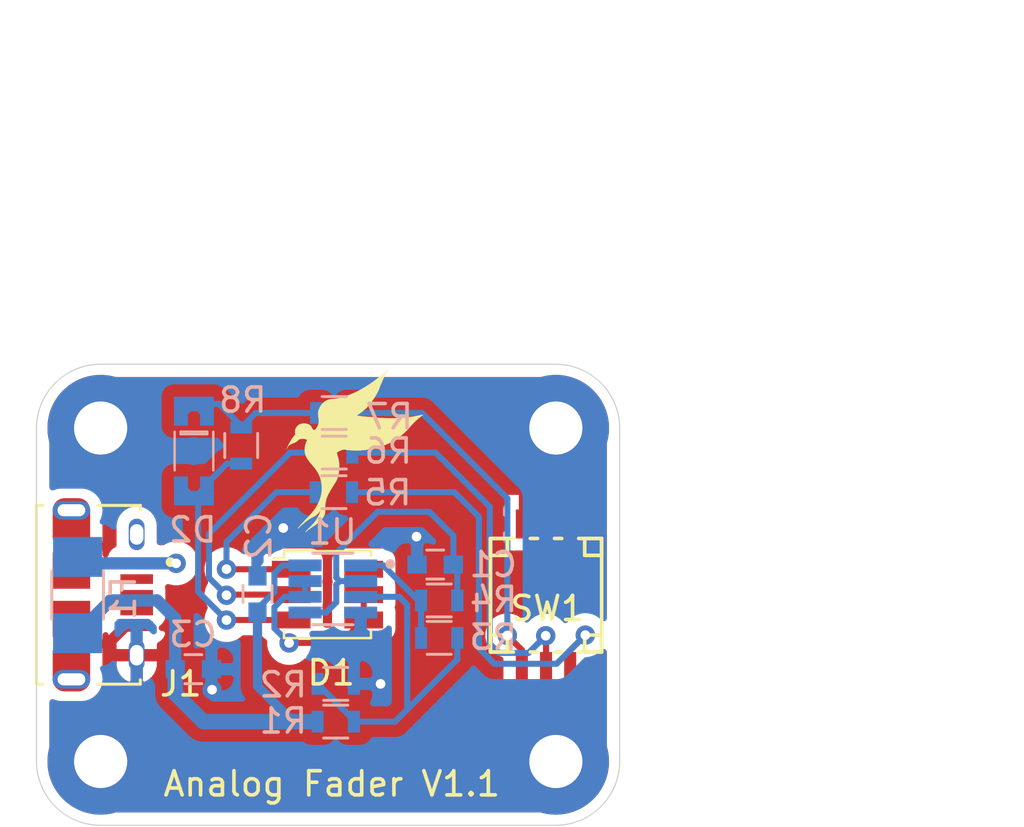
<source format=kicad_pcb>
(kicad_pcb (version 20171130) (host pcbnew "(5.1.9)-1")

  (general
    (thickness 1.6)
    (drawings 19)
    (tracks 141)
    (zones 0)
    (modules 22)
    (nets 18)
  )

  (page A4)
  (layers
    (0 F.Cu signal)
    (31 B.Cu signal)
    (32 B.Adhes user)
    (33 F.Adhes user)
    (34 B.Paste user)
    (35 F.Paste user)
    (36 B.SilkS user)
    (37 F.SilkS user hide)
    (38 B.Mask user)
    (39 F.Mask user)
    (40 Dwgs.User user)
    (41 Cmts.User user)
    (42 Eco1.User user)
    (43 Eco2.User user)
    (44 Edge.Cuts user)
    (45 Margin user)
    (46 B.CrtYd user)
    (47 F.CrtYd user)
    (48 B.Fab user hide)
    (49 F.Fab user hide)
  )

  (setup
    (last_trace_width 0.381)
    (user_trace_width 0.381)
    (user_trace_width 0.635)
    (trace_clearance 0.2)
    (zone_clearance 0.508)
    (zone_45_only no)
    (trace_min 0.2)
    (via_size 0.8)
    (via_drill 0.4)
    (via_min_size 0.4)
    (via_min_drill 0.3)
    (uvia_size 0.3)
    (uvia_drill 0.1)
    (uvias_allowed no)
    (uvia_min_size 0.2)
    (uvia_min_drill 0.1)
    (edge_width 0.05)
    (segment_width 0.2)
    (pcb_text_width 0.3)
    (pcb_text_size 1.5 1.5)
    (mod_edge_width 0.12)
    (mod_text_size 1 1)
    (mod_text_width 0.15)
    (pad_size 1.37 0.49)
    (pad_drill 0)
    (pad_to_mask_clearance 0)
    (aux_axis_origin 0 0)
    (visible_elements 7FFFFFFF)
    (pcbplotparams
      (layerselection 0x010f0_ffffffff)
      (usegerberextensions false)
      (usegerberattributes false)
      (usegerberadvancedattributes false)
      (creategerberjobfile false)
      (excludeedgelayer true)
      (linewidth 0.100000)
      (plotframeref false)
      (viasonmask false)
      (mode 1)
      (useauxorigin false)
      (hpglpennumber 1)
      (hpglpenspeed 20)
      (hpglpendiameter 15.000000)
      (psnegative false)
      (psa4output false)
      (plotreference true)
      (plotvalue false)
      (plotinvisibletext false)
      (padsonsilk true)
      (subtractmaskfromsilk false)
      (outputformat 1)
      (mirror false)
      (drillshape 0)
      (scaleselection 1)
      (outputdirectory "gerber/"))
  )

  (net 0 "")
  (net 1 "Net-(C1-Pad2)")
  (net 2 GND)
  (net 3 VCC)
  (net 4 "Net-(D1-Pad1)")
  (net 5 "Net-(D1-Pad2)")
  (net 6 "Net-(D1-Pad4)")
  (net 7 "Net-(F1-Pad1)")
  (net 8 "Net-(J1-Pad2)")
  (net 9 "Net-(J1-Pad3)")
  (net 10 "Net-(J1-Pad4)")
  (net 11 "Net-(R1-Pad2)")
  (net 12 "Net-(R3-Pad1)")
  (net 13 "Net-(R5-Pad1)")
  (net 14 "Net-(R6-Pad1)")
  (net 15 "Net-(D2-Pad1)")
  (net 16 "Net-(R7-Pad1)")
  (net 17 "Net-(D1-Pad3)")

  (net_class Default "This is the default net class."
    (clearance 0.2)
    (trace_width 0.25)
    (via_dia 0.8)
    (via_drill 0.4)
    (uvia_dia 0.3)
    (uvia_drill 0.1)
    (add_net GND)
    (add_net "Net-(C1-Pad2)")
    (add_net "Net-(D1-Pad1)")
    (add_net "Net-(D1-Pad2)")
    (add_net "Net-(D1-Pad3)")
    (add_net "Net-(D1-Pad4)")
    (add_net "Net-(D2-Pad1)")
    (add_net "Net-(F1-Pad1)")
    (add_net "Net-(J1-Pad2)")
    (add_net "Net-(J1-Pad3)")
    (add_net "Net-(J1-Pad4)")
    (add_net "Net-(R1-Pad2)")
    (add_net "Net-(R3-Pad1)")
    (add_net "Net-(R5-Pad1)")
    (add_net "Net-(R6-Pad1)")
    (add_net "Net-(R7-Pad1)")
    (add_net VCC)
  )

  (module logo:Tern_logo (layer F.Cu) (tedit 0) (tstamp 60054B32)
    (at 123.4313 42.9387)
    (fp_text reference G*** (at 0 -5.8801) (layer F.SilkS) hide
      (effects (font (size 1.524 1.524) (thickness 0.3)))
    )
    (fp_text value LOGO (at -0.127 -8.0137) (layer F.SilkS) hide
      (effects (font (size 1.524 1.524) (thickness 0.3)))
    )
    (fp_poly (pts (xy -2.801035 -0.119505) (xy -2.802343 -0.115278) (xy -2.803989 -0.11088) (xy -2.80683 -0.103525)
      (xy -2.810182 -0.094567) (xy -2.812959 -0.086946) (xy -2.815588 -0.080019) (xy -2.81796 -0.074489)
      (xy -2.819602 -0.071449) (xy -2.819716 -0.071315) (xy -2.819932 -0.072132) (xy -2.818988 -0.075928)
      (xy -2.817074 -0.082015) (xy -2.815613 -0.086269) (xy -2.811344 -0.098036) (xy -2.807535 -0.107864)
      (xy -2.804381 -0.115291) (xy -2.802077 -0.119855) (xy -2.800936 -0.121138) (xy -2.801035 -0.119505)) (layer F.SilkS) (width 0.01))
    (fp_poly (pts (xy 1.348154 -3.35404) (xy 1.348154 -3.354028) (xy 1.347335 -3.352079) (xy 1.34501 -3.347029)
      (xy 1.341376 -3.339293) (xy 1.336629 -3.329286) (xy 1.330966 -3.317425) (xy 1.324585 -3.304124)
      (xy 1.319603 -3.293781) (xy 1.274481 -3.198949) (xy 1.228968 -3.100754) (xy 1.18329 -2.999692)
      (xy 1.13767 -2.896261) (xy 1.092332 -2.790955) (xy 1.087815 -2.780323) (xy 1.076769 -2.754213)
      (xy 1.067015 -2.730959) (xy 1.058267 -2.709843) (xy 1.050237 -2.690144) (xy 1.04264 -2.671145)
      (xy 1.03519 -2.652127) (xy 1.0276 -2.63237) (xy 1.019583 -2.611156) (xy 1.010854 -2.587766)
      (xy 1.007269 -2.5781) (xy 0.997622 -2.552899) (xy 0.98738 -2.527874) (xy 0.976309 -2.502539)
      (xy 0.964178 -2.476404) (xy 0.950753 -2.448984) (xy 0.935803 -2.419789) (xy 0.919095 -2.388333)
      (xy 0.901078 -2.355361) (xy 0.853122 -2.272471) (xy 0.801584 -2.190771) (xy 0.746687 -2.110573)
      (xy 0.688657 -2.03219) (xy 0.627719 -1.955935) (xy 0.564097 -1.88212) (xy 0.546251 -1.862389)
      (xy 0.536534 -1.851608) (xy 0.529164 -1.843034) (xy 0.523722 -1.836118) (xy 0.519788 -1.830307)
      (xy 0.516943 -1.82505) (xy 0.515731 -1.822297) (xy 0.507351 -1.805629) (xy 0.496783 -1.791678)
      (xy 0.483522 -1.77991) (xy 0.46706 -1.769789) (xy 0.465016 -1.768746) (xy 0.459852 -1.765948)
      (xy 0.454621 -1.762604) (xy 0.448865 -1.758338) (xy 0.442122 -1.752772) (xy 0.433936 -1.74553)
      (xy 0.423845 -1.736234) (xy 0.41308 -1.726106) (xy 0.402006 -1.715775) (xy 0.390836 -1.705626)
      (xy 0.380191 -1.696202) (xy 0.370688 -1.688046) (xy 0.362946 -1.6817) (xy 0.358981 -1.678678)
      (xy 0.35153 -1.672889) (xy 0.342346 -1.665131) (xy 0.332399 -1.656257) (xy 0.322661 -1.647122)
      (xy 0.318764 -1.64331) (xy 0.309698 -1.634583) (xy 0.300284 -1.625992) (xy 0.291399 -1.618303)
      (xy 0.283917 -1.612287) (xy 0.281032 -1.610185) (xy 0.274226 -1.605405) (xy 0.265283 -1.599008)
      (xy 0.255199 -1.591714) (xy 0.24497 -1.584241) (xy 0.2413 -1.581539) (xy 0.215851 -1.563101)
      (xy 0.19115 -1.545881) (xy 0.16805 -1.530468) (xy 0.157965 -1.524) (xy 0.13864 -1.511516)
      (xy 0.121885 -1.500123) (xy 0.107967 -1.490012) (xy 0.097155 -1.481374) (xy 0.093439 -1.478078)
      (xy 0.082342 -1.467804) (xy 0.089529 -1.466598) (xy 0.098538 -1.46514) (xy 0.110812 -1.46323)
      (xy 0.125746 -1.460959) (xy 0.142736 -1.458413) (xy 0.161177 -1.455682) (xy 0.180462 -1.452854)
      (xy 0.199988 -1.450017) (xy 0.21915 -1.44726) (xy 0.237341 -1.444671) (xy 0.253959 -1.442339)
      (xy 0.268396 -1.440352) (xy 0.277447 -1.439138) (xy 0.313753 -1.43448) (xy 0.347047 -1.430504)
      (xy 0.378148 -1.427142) (xy 0.407879 -1.424329) (xy 0.437061 -1.421996) (xy 0.466515 -1.420077)
      (xy 0.497064 -1.418504) (xy 0.529528 -1.417211) (xy 0.55587 -1.416377) (xy 0.577023 -1.415726)
      (xy 0.594976 -1.415066) (xy 0.610432 -1.414348) (xy 0.624099 -1.413526) (xy 0.636681 -1.412553)
      (xy 0.648885 -1.411381) (xy 0.661417 -1.409963) (xy 0.672123 -1.408625) (xy 0.765791 -1.397106)
      (xy 0.856643 -1.387119) (xy 0.945439 -1.378617) (xy 1.032935 -1.371549) (xy 1.119891 -1.365866)
      (xy 1.207063 -1.36152) (xy 1.295211 -1.35846) (xy 1.385092 -1.356638) (xy 1.477464 -1.356005)
      (xy 1.48297 -1.356004) (xy 1.551464 -1.356293) (xy 1.616921 -1.357167) (xy 1.680176 -1.358658)
      (xy 1.742059 -1.360798) (xy 1.803404 -1.36362) (xy 1.865043 -1.367158) (xy 1.927809 -1.371443)
      (xy 1.9812 -1.375578) (xy 2.022093 -1.379071) (xy 2.064035 -1.382975) (xy 2.106683 -1.387243)
      (xy 2.149691 -1.39183) (xy 2.192715 -1.396689) (xy 2.235408 -1.401776) (xy 2.277427 -1.407043)
      (xy 2.318425 -1.412446) (xy 2.358059 -1.417937) (xy 2.395982 -1.423473) (xy 2.43185 -1.429006)
      (xy 2.465318 -1.43449) (xy 2.496041 -1.439881) (xy 2.523674 -1.445131) (xy 2.547871 -1.450195)
      (xy 2.555385 -1.451897) (xy 2.588942 -1.459422) (xy 2.623286 -1.466655) (xy 2.657315 -1.473379)
      (xy 2.689926 -1.479378) (xy 2.720018 -1.484435) (xy 2.722685 -1.484855) (xy 2.73669 -1.487093)
      (xy 2.751334 -1.489513) (xy 2.765445 -1.491915) (xy 2.777855 -1.494101) (xy 2.786185 -1.495639)
      (xy 2.798704 -1.497788) (xy 2.808606 -1.49898) (xy 2.815417 -1.499162) (xy 2.81715 -1.498945)
      (xy 2.823692 -1.497584) (xy 2.814219 -1.490881) (xy 2.803314 -1.483022) (xy 2.789982 -1.473181)
      (xy 2.774837 -1.461828) (xy 2.758497 -1.449433) (xy 2.741576 -1.436465) (xy 2.724691 -1.423395)
      (xy 2.708457 -1.410692) (xy 2.69349 -1.398825) (xy 2.6924 -1.397953) (xy 2.614685 -1.333509)
      (xy 2.539303 -1.266415) (xy 2.466029 -1.196449) (xy 2.394633 -1.123388) (xy 2.324889 -1.047009)
      (xy 2.276211 -0.9906) (xy 2.256491 -0.967721) (xy 2.234343 -0.942921) (xy 2.210335 -0.916791)
      (xy 2.185033 -0.889922) (xy 2.159003 -0.862902) (xy 2.132813 -0.836324) (xy 2.107029 -0.810777)
      (xy 2.082218 -0.786852) (xy 2.066193 -0.771811) (xy 1.99136 -0.704628) (xy 1.915863 -0.641167)
      (xy 1.839729 -0.581446) (xy 1.762983 -0.52548) (xy 1.685655 -0.473288) (xy 1.60777 -0.424887)
      (xy 1.529356 -0.380293) (xy 1.45044 -0.339524) (xy 1.371049 -0.302597) (xy 1.29121 -0.269529)
      (xy 1.2416 -0.251009) (xy 1.202209 -0.237403) (xy 1.160794 -0.223999) (xy 1.118506 -0.21114)
      (xy 1.076502 -0.199168) (xy 1.035933 -0.188425) (xy 1.007208 -0.181397) (xy 0.995547 -0.17849)
      (xy 0.981215 -0.174654) (xy 0.965252 -0.170183) (xy 0.948698 -0.165372) (xy 0.932593 -0.160513)
      (xy 0.925147 -0.158194) (xy 0.835989 -0.13148) (xy 0.747871 -0.107932) (xy 0.6602 -0.087442)
      (xy 0.572383 -0.069901) (xy 0.483829 -0.055199) (xy 0.393945 -0.04323) (xy 0.302138 -0.033882)
      (xy 0.21297 -0.027354) (xy 0.195232 -0.026459) (xy 0.174282 -0.025687) (xy 0.150814 -0.025044)
      (xy 0.125522 -0.024536) (xy 0.099099 -0.024169) (xy 0.07224 -0.023949) (xy 0.045639 -0.023881)
      (xy 0.019988 -0.023972) (xy -0.004017 -0.024226) (xy -0.025683 -0.024651) (xy -0.042984 -0.025199)
      (xy -0.131124 -0.029825) (xy -0.216776 -0.036689) (xy -0.300706 -0.045866) (xy -0.383679 -0.057429)
      (xy -0.396546 -0.059447) (xy -0.436684 -0.065834) (xy -0.459529 -0.061381) (xy -0.503469 -0.051272)
      (xy -0.547315 -0.03819) (xy -0.590464 -0.022397) (xy -0.63231 -0.004152) (xy -0.672248 0.016285)
      (xy -0.709671 0.038651) (xy -0.738764 0.058772) (xy -0.752332 0.06883) (xy -0.748234 0.074958)
      (xy -0.74004 0.090104) (xy -0.734177 0.107025) (xy -0.731096 0.12425) (xy -0.730738 0.131881)
      (xy -0.730359 0.138371) (xy -0.729082 0.145579) (xy -0.726695 0.154383) (xy -0.722989 0.165656)
      (xy -0.72179 0.169082) (xy -0.702413 0.228734) (xy -0.685479 0.290873) (xy -0.671098 0.354851)
      (xy -0.659378 0.420019) (xy -0.650431 0.48573) (xy -0.644365 0.551336) (xy -0.64129 0.616189)
      (xy -0.640909 0.646723) (xy -0.642669 0.717461) (xy -0.647995 0.789031) (xy -0.656792 0.860898)
      (xy -0.668966 0.932523) (xy -0.684422 1.003368) (xy -0.703068 1.072897) (xy -0.724808 1.140571)
      (xy -0.729839 1.154723) (xy -0.734424 1.167365) (xy -0.73854 1.17854) (xy -0.742372 1.188596)
      (xy -0.746106 1.19788) (xy -0.749927 1.206741) (xy -0.754019 1.215524) (xy -0.758567 1.224577)
      (xy -0.763757 1.234248) (xy -0.769773 1.244884) (xy -0.776801 1.256832) (xy -0.785025 1.270439)
      (xy -0.79463 1.286052) (xy -0.805802 1.30402) (xy -0.818725 1.324689) (xy -0.829754 1.342293)
      (xy -0.855943 1.384115) (xy -0.88014 1.422825) (xy -0.902454 1.458605) (xy -0.922993 1.491637)
      (xy -0.941865 1.522104) (xy -0.95918 1.550189) (xy -0.975045 1.576073) (xy -0.989569 1.599941)
      (xy -1.002861 1.621973) (xy -1.01503 1.642353) (xy -1.026183 1.661263) (xy -1.036429 1.678885)
      (xy -1.045878 1.695403) (xy -1.054636 1.710999) (xy -1.062814 1.725854) (xy -1.070518 1.740153)
      (xy -1.077859 1.754077) (xy -1.084944 1.767809) (xy -1.091882 1.781531) (xy -1.096931 1.791677)
      (xy -1.107233 1.812722) (xy -1.116075 1.831325) (xy -1.123886 1.848468) (xy -1.131094 1.865129)
      (xy -1.138129 1.88229) (xy -1.145418 1.90093) (xy -1.150202 1.913525) (xy -1.169355 1.969173)
      (xy -1.185889 2.027231) (xy -1.199718 2.087132) (xy -1.210754 2.148307) (xy -1.218909 2.210188)
      (xy -1.224094 2.272208) (xy -1.226221 2.333798) (xy -1.225203 2.394391) (xy -1.225091 2.39688)
      (xy -1.224391 2.41215) (xy -1.223675 2.427871) (xy -1.222988 2.443058) (xy -1.222373 2.456725)
      (xy -1.221877 2.467889) (xy -1.221714 2.471609) (xy -1.221964 2.509924) (xy -1.226069 2.548088)
      (xy -1.234037 2.586116) (xy -1.245874 2.624022) (xy -1.261586 2.661821) (xy -1.281179 2.699529)
      (xy -1.30466 2.73716) (xy -1.332035 2.774729) (xy -1.36331 2.81225) (xy -1.368814 2.818403)
      (xy -1.411216 2.864192) (xy -1.452794 2.906679) (xy -1.494004 2.946254) (xy -1.535298 2.983307)
      (xy -1.577132 3.018228) (xy -1.61996 3.051408) (xy -1.664237 3.083237) (xy -1.710417 3.114105)
      (xy -1.721338 3.121099) (xy -1.736193 3.130603) (xy -1.749846 3.139498) (xy -1.762879 3.148188)
      (xy -1.775873 3.157077) (xy -1.789407 3.166571) (xy -1.804064 3.177073) (xy -1.820423 3.188988)
      (xy -1.839065 3.20272) (xy -1.847298 3.208817) (xy -1.867742 3.223983) (xy -1.885361 3.237073)
      (xy -1.900475 3.248329) (xy -1.913403 3.257994) (xy -1.924467 3.266311) (xy -1.933986 3.273522)
      (xy -1.942279 3.27987) (xy -1.949669 3.285597) (xy -1.956473 3.290945) (xy -1.963014 3.296159)
      (xy -1.96961 3.301479) (xy -1.970075 3.301856) (xy -1.984011 3.313145) (xy -1.995296 3.32225)
      (xy -2.004305 3.329463) (xy -2.011416 3.335071) (xy -2.017004 3.339364) (xy -2.021445 3.342631)
      (xy -2.025114 3.345162) (xy -2.028387 3.347246) (xy -2.031261 3.348953) (xy -2.038021 3.352718)
      (xy -2.04189 3.354431) (xy -2.043233 3.3542) (xy -2.042521 3.352312) (xy -2.040324 3.349236)
      (xy -2.035978 3.343698) (xy -2.029892 3.336191) (xy -2.022475 3.327205) (xy -2.014137 3.317234)
      (xy -2.005285 3.306769) (xy -1.996331 3.296303) (xy -1.987682 3.286326) (xy -1.986865 3.285393)
      (xy -1.977144 3.274578) (xy -1.9652 3.26176) (xy -1.951612 3.247521) (xy -1.936957 3.232443)
      (xy -1.921812 3.217109) (xy -1.906754 3.202103) (xy -1.892361 3.188005) (xy -1.87921 3.1754)
      (xy -1.867878 3.16487) (xy -1.863969 3.161355) (xy -1.850912 3.149335) (xy -1.835786 3.13467)
      (xy -1.818962 3.117765) (xy -1.80081 3.099027) (xy -1.781702 3.078862) (xy -1.762009 3.057677)
      (xy -1.742101 3.035878) (xy -1.72235 3.013872) (xy -1.703127 2.992064) (xy -1.684802 2.970862)
      (xy -1.667746 2.950671) (xy -1.652331 2.931899) (xy -1.638927 2.914951) (xy -1.638319 2.914162)
      (xy -1.604485 2.867466) (xy -1.572332 2.817557) (xy -1.542052 2.764836) (xy -1.51384 2.709704)
      (xy -1.487889 2.652561) (xy -1.464393 2.593809) (xy -1.443545 2.533848) (xy -1.42567 2.47357)
      (xy -1.422171 2.460439) (xy -1.418649 2.446829) (xy -1.415245 2.433321) (xy -1.4121 2.4205)
      (xy -1.409354 2.40895) (xy -1.407147 2.399254) (xy -1.40562 2.391997) (xy -1.404914 2.387761)
      (xy -1.404883 2.387175) (xy -1.40549 2.387894) (xy -1.407094 2.391698) (xy -1.409452 2.39797)
      (xy -1.412319 2.40609) (xy -1.412344 2.406162) (xy -1.428146 2.44694) (xy -1.446681 2.485191)
      (xy -1.468098 2.521113) (xy -1.492546 2.554903) (xy -1.520175 2.586757) (xy -1.551134 2.616874)
      (xy -1.585574 2.645451) (xy -1.604107 2.659197) (xy -1.62127 2.671059) (xy -1.639028 2.682455)
      (xy -1.658028 2.693759) (xy -1.678917 2.705347) (xy -1.702344 2.717594) (xy -1.722315 2.727607)
      (xy -1.786103 2.761032) (xy -1.84995 2.798314) (xy -1.913784 2.839406) (xy -1.977533 2.884257)
      (xy -2.041125 2.932821) (xy -2.10449 2.985049) (xy -2.107064 2.987252) (xy -2.121221 2.999353)
      (xy -2.136783 3.012594) (xy -2.152859 3.026222) (xy -2.16856 3.039484) (xy -2.182993 3.051625)
      (xy -2.194169 3.060974) (xy -2.20737 3.072018) (xy -2.219063 3.08191) (xy -2.229826 3.091164)
      (xy -2.240237 3.100292) (xy -2.250873 3.109811) (xy -2.26231 3.120233) (xy -2.275127 3.132072)
      (xy -2.2899 3.145844) (xy -2.298195 3.153609) (xy -2.309411 3.163999) (xy -2.320516 3.174061)
      (xy -2.331128 3.183472) (xy -2.340867 3.191908) (xy -2.349352 3.199044) (xy -2.356204 3.204557)
      (xy -2.36104 3.208122) (xy -2.363481 3.209414) (xy -2.363656 3.209365) (xy -2.362921 3.207443)
      (xy -2.359927 3.202855) (xy -2.354931 3.195924) (xy -2.348192 3.186972) (xy -2.339967 3.176321)
      (xy -2.330515 3.164294) (xy -2.320094 3.151213) (xy -2.308961 3.137402) (xy -2.297374 3.123182)
      (xy -2.285593 3.108877) (xy -2.273874 3.094808) (xy -2.262476 3.081298) (xy -2.251656 3.06867)
      (xy -2.244752 3.060741) (xy -2.228877 3.042926) (xy -2.210188 3.022457) (xy -2.18868 2.999331)
      (xy -2.164352 2.973544) (xy -2.137199 2.945094) (xy -2.10722 2.913977) (xy -2.07441 2.88019)
      (xy -2.038768 2.843731) (xy -2.000289 2.804595) (xy -1.961834 2.76567) (xy -1.950449 2.754163)
      (xy -1.939971 2.743543) (xy -1.930233 2.733617) (xy -1.921067 2.724194) (xy -1.912307 2.715079)
      (xy -1.903785 2.706082) (xy -1.895334 2.697009) (xy -1.886786 2.687669) (xy -1.877974 2.677868)
      (xy -1.868732 2.667415) (xy -1.858891 2.656117) (xy -1.848285 2.643782) (xy -1.836747 2.630217)
      (xy -1.824108 2.61523) (xy -1.810202 2.598629) (xy -1.794862 2.58022) (xy -1.77792 2.559813)
      (xy -1.759209 2.537213) (xy -1.738562 2.51223) (xy -1.715812 2.48467) (xy -1.690791 2.454342)
      (xy -1.683282 2.445239) (xy -1.666924 2.424322) (xy -1.649376 2.399803) (xy -1.63658 2.380599)
      (xy -1.404661 2.380599) (xy -1.404302 2.383133) (xy -1.403635 2.383163) (xy -1.403168 2.380548)
      (xy -1.40348 2.379419) (xy -1.404348 2.378679) (xy -1.404661 2.380599) (xy -1.63658 2.380599)
      (xy -1.631481 2.372947) (xy -1.402861 2.372947) (xy -1.401884 2.373923) (xy -1.400907 2.372947)
      (xy -1.401884 2.37197) (xy -1.402861 2.372947) (xy -1.631481 2.372947) (xy -1.630703 2.37178)
      (xy -1.610972 2.34035) (xy -1.601739 2.325077) (xy -1.561578 2.254817) (xy -1.525028 2.184437)
      (xy -1.492118 2.114019) (xy -1.462877 2.043647) (xy -1.437334 1.973404) (xy -1.415517 1.903373)
      (xy -1.397455 1.833637) (xy -1.383176 1.764279) (xy -1.372711 1.695383) (xy -1.36772 1.64807)
      (xy -1.367098 1.639371) (xy -1.36645 1.627646) (xy -1.365812 1.613778) (xy -1.365224 1.598648)
      (xy -1.364724 1.583138) (xy -1.364477 1.573823) (xy -1.364689 1.502558) (xy -1.3687 1.430865)
      (xy -1.376465 1.359012) (xy -1.387938 1.287266) (xy -1.403072 1.215893) (xy -1.421822 1.14516)
      (xy -1.444143 1.075334) (xy -1.456051 1.042377) (xy -1.463993 1.022673) (xy -1.473997 1.000278)
      (xy -1.485819 0.975656) (xy -1.499216 0.949269) (xy -1.513941 0.921581) (xy -1.529751 0.893056)
      (xy -1.546402 0.864155) (xy -1.563648 0.835343) (xy -1.575121 0.816788) (xy -1.585831 0.799882)
      (xy -1.595826 0.784565) (xy -1.605504 0.770309) (xy -1.615263 0.756586) (xy -1.625501 0.74287)
      (xy -1.636615 0.728633) (xy -1.649004 0.713347) (xy -1.663065 0.696485) (xy -1.679197 0.67752)
      (xy -1.687372 0.668002) (xy -1.69695 0.656879) (xy -1.70846 0.643514) (xy -1.721285 0.628624)
      (xy -1.734806 0.612926) (xy -1.748406 0.597138) (xy -1.761465 0.581979) (xy -1.76731 0.575194)
      (xy -1.790335 0.54834) (xy -1.810999 0.523953) (xy -1.829616 0.50165) (xy -1.846497 0.481049)
      (xy -1.861958 0.461767) (xy -1.876309 0.44342) (xy -1.889865 0.425627) (xy -1.893236 0.421127)
      (xy -1.922067 0.381456) (xy -1.94785 0.343675) (xy -1.970737 0.307434) (xy -1.990881 0.272383)
      (xy -2.008435 0.238172) (xy -2.023553 0.204451) (xy -2.036386 0.170871) (xy -2.04709 0.137081)
      (xy -2.055815 0.102731) (xy -2.062716 0.067473) (xy -2.067946 0.030954) (xy -2.069332 0.018562)
      (xy -2.070289 0.006402) (xy -2.070996 -0.008762) (xy -2.071452 -0.026034) (xy -2.071658 -0.044516)
      (xy -2.071612 -0.063313) (xy -2.071317 -0.08153) (xy -2.07077 -0.098269) (xy -2.069973 -0.112635)
      (xy -2.069332 -0.120161) (xy -2.061068 -0.181892) (xy -2.048926 -0.243215) (xy -2.03292 -0.304063)
      (xy -2.022057 -0.338555) (xy -2.017939 -0.350414) (xy -2.012743 -0.36465) (xy -2.006813 -0.380387)
      (xy -2.00049 -0.396749) (xy -1.994116 -0.412859) (xy -1.988035 -0.427841) (xy -1.982588 -0.44082)
      (xy -1.978424 -0.450254) (xy -1.975311 -0.457508) (xy -1.973113 -0.463545) (xy -1.972163 -0.467408)
      (xy -1.972206 -0.468125) (xy -1.974296 -0.469747) (xy -1.979267 -0.47234) (xy -1.986336 -0.475524)
      (xy -1.993276 -0.478358) (xy -2.029706 -0.490801) (xy -2.067297 -0.500206) (xy -2.105305 -0.506446)
      (xy -2.142985 -0.509392) (xy -2.173153 -0.509259) (xy -2.191367 -0.508095) (xy -2.209814 -0.506258)
      (xy -2.227838 -0.50386) (xy -2.244785 -0.501017) (xy -2.26 -0.497842) (xy -2.272829 -0.494448)
      (xy -2.282617 -0.490949) (xy -2.285023 -0.489814) (xy -2.291613 -0.486894) (xy -2.299602 -0.483975)
      (xy -2.303605 -0.482734) (xy -2.308698 -0.481039) (xy -2.313086 -0.4788) (xy -2.317587 -0.475404)
      (xy -2.323021 -0.470237) (xy -2.329856 -0.463061) (xy -2.351091 -0.441564) (xy -2.37368 -0.421039)
      (xy -2.396862 -0.402105) (xy -2.419877 -0.38538) (xy -2.441964 -0.371483) (xy -2.44365 -0.370522)
      (xy -2.452755 -0.365515) (xy -2.462182 -0.360643) (xy -2.472389 -0.355706) (xy -2.483833 -0.350503)
      (xy -2.496972 -0.344834) (xy -2.512265 -0.338497) (xy -2.530168 -0.331291) (xy -2.55114 -0.323016)
      (xy -2.558561 -0.320114) (xy -2.583146 -0.310368) (xy -2.604447 -0.301579) (xy -2.622908 -0.293537)
      (xy -2.638976 -0.286034) (xy -2.653095 -0.27886) (xy -2.665711 -0.271807) (xy -2.677269 -0.264666)
      (xy -2.678723 -0.263717) (xy -2.703292 -0.246203) (xy -2.725103 -0.227601) (xy -2.74474 -0.207279)
      (xy -2.762786 -0.184606) (xy -2.779824 -0.158949) (xy -2.787472 -0.145994) (xy -2.792095 -0.13798)
      (xy -2.795934 -0.131493) (xy -2.798632 -0.127124) (xy -2.799832 -0.125464) (xy -2.799861 -0.125496)
      (xy -2.799115 -0.127857) (xy -2.797032 -0.133248) (xy -2.793844 -0.14112) (xy -2.789782 -0.150924)
      (xy -2.785078 -0.162111) (xy -2.779965 -0.174133) (xy -2.774675 -0.186441) (xy -2.769439 -0.198486)
      (xy -2.764489 -0.209719) (xy -2.760649 -0.218286) (xy -2.727213 -0.288109) (xy -2.690447 -0.357381)
      (xy -2.650697 -0.425552) (xy -2.608308 -0.49207) (xy -2.563628 -0.556384) (xy -2.517 -0.617943)
      (xy -2.486673 -0.65519) (xy -2.467299 -0.678312) (xy -2.46538 -0.692673) (xy -2.464455 -0.703138)
      (xy -2.464911 -0.712525) (xy -2.466405 -0.721329) (xy -2.471644 -0.755851) (xy -2.473416 -0.791124)
      (xy -2.471772 -0.826519) (xy -2.46676 -0.861407) (xy -2.458431 -0.89516) (xy -2.450826 -0.91733)
      (xy -2.435901 -0.950679) (xy -2.41773 -0.981945) (xy -2.396485 -1.010943) (xy -2.372339 -1.037484)
      (xy -2.345463 -1.061382) (xy -2.316029 -1.082449) (xy -2.28421 -1.100499) (xy -2.281115 -1.102028)
      (xy -2.253573 -1.114232) (xy -2.226421 -1.123628) (xy -2.198651 -1.130473) (xy -2.169253 -1.135024)
      (xy -2.143451 -1.137213) (xy -2.130791 -1.137955) (xy -2.117465 -1.138746) (xy -2.104889 -1.139501)
      (xy -2.094478 -1.140136) (xy -2.092569 -1.140254) (xy -2.063143 -1.140481) (xy -2.032095 -1.137743)
      (xy -2.000149 -1.132198) (xy -1.96803 -1.124006) (xy -1.936462 -1.113327) (xy -1.906168 -1.10032)
      (xy -1.901977 -1.098276) (xy -1.876564 -1.084549) (xy -1.854853 -1.070356) (xy -1.836651 -1.055563)
      (xy -1.827164 -1.046161) (xy -1.818551 -1.036211) (xy -1.810787 -1.025623) (xy -1.803414 -1.013644)
      (xy -1.795976 -0.999523) (xy -1.788014 -0.982506) (xy -1.786714 -0.979585) (xy -1.777434 -0.95923)
      (xy -1.768938 -0.942122) (xy -1.760862 -0.927773) (xy -1.752839 -0.915695) (xy -1.744505 -0.905399)
      (xy -1.735493 -0.896398) (xy -1.725439 -0.888205) (xy -1.713977 -0.880331) (xy -1.710895 -0.878384)
      (xy -1.696915 -0.869676) (xy -1.682261 -0.871331) (xy -1.672479 -0.872902) (xy -1.661864 -0.875313)
      (xy -1.654174 -0.877573) (xy -1.648022 -0.879838) (xy -1.643201 -0.882226) (xy -1.638802 -0.885422)
      (xy -1.633917 -0.89011) (xy -1.627636 -0.896976) (xy -1.626045 -0.898769) (xy -1.597316 -0.933835)
      (xy -1.571771 -0.970409) (xy -1.549495 -1.008264) (xy -1.530575 -1.047172) (xy -1.515097 -1.086907)
      (xy -1.503145 -1.127242) (xy -1.494807 -1.16795) (xy -1.490168 -1.208804) (xy -1.489313 -1.249578)
      (xy -1.489677 -1.259253) (xy -1.490401 -1.272677) (xy -1.491244 -1.285311) (xy -1.492276 -1.297797)
      (xy -1.493567 -1.310775) (xy -1.495186 -1.324888) (xy -1.497205 -1.340776) (xy -1.499692 -1.359081)
      (xy -1.502719 -1.380444) (xy -1.503556 -1.386253) (xy -1.507141 -1.411481) (xy -1.510114 -1.433402)
      (xy -1.512526 -1.452561) (xy -1.514429 -1.469503) (xy -1.515873 -1.484772) (xy -1.516911 -1.498914)
      (xy -1.517594 -1.512472) (xy -1.517973 -1.52599) (xy -1.518099 -1.540015) (xy -1.5181 -1.540196)
      (xy -1.517919 -1.560753) (xy -1.517254 -1.578621) (xy -1.515989 -1.595001) (xy -1.514011 -1.611096)
      (xy -1.511206 -1.628105) (xy -1.508287 -1.643184) (xy -1.497334 -1.688151) (xy -1.482955 -1.732499)
      (xy -1.465349 -1.77596) (xy -1.444718 -1.818266) (xy -1.421264 -1.859149) (xy -1.395187 -1.89834)
      (xy -1.366689 -1.935571) (xy -1.33597 -1.970574) (xy -1.303232 -2.003082) (xy -1.268676 -2.032825)
      (xy -1.232503 -2.059535) (xy -1.194914 -2.082945) (xy -1.167739 -2.097288) (xy -1.146391 -2.107336)
      (xy -1.126903 -2.115589) (xy -1.107965 -2.122539) (xy -1.08827 -2.128679) (xy -1.073949 -2.132597)
      (xy -1.060758 -2.135918) (xy -1.047819 -2.138888) (xy -1.034726 -2.141561) (xy -1.021073 -2.143988)
      (xy -1.006452 -2.146222) (xy -0.99046 -2.148315) (xy -0.972688 -2.150319) (xy -0.952731 -2.152286)
      (xy -0.930184 -2.154269) (xy -0.904639 -2.15632) (xy -0.87569 -2.158491) (xy -0.868484 -2.159014)
      (xy -0.839971 -2.161108) (xy -0.814891 -2.163045) (xy -0.792776 -2.164895) (xy -0.773157 -2.16673)
      (xy -0.755568 -2.168619) (xy -0.739539 -2.170633) (xy -0.724603 -2.172843) (xy -0.710292 -2.175318)
      (xy -0.696137 -2.178131) (xy -0.681671 -2.18135) (xy -0.666426 -2.185047) (xy -0.649933 -2.189292)
      (xy -0.631724 -2.194156) (xy -0.627363 -2.195337) (xy -0.603472 -2.202024) (xy -0.576391 -2.209964)
      (xy -0.54658 -2.219009) (xy -0.514496 -2.229007) (xy -0.480596 -2.239809) (xy -0.445338 -2.251265)
      (xy -0.409182 -2.263224) (xy -0.372583 -2.275536) (xy -0.336 -2.288052) (xy -0.299892 -2.300621)
      (xy -0.264715 -2.313094) (xy -0.23153 -2.325099) (xy -0.146821 -2.357641) (xy -0.060838 -2.393752)
      (xy 0.026295 -2.433352) (xy 0.114452 -2.476359) (xy 0.203508 -2.522693) (xy 0.293338 -2.572275)
      (xy 0.383819 -2.625024) (xy 0.474824 -2.68086) (xy 0.566228 -2.739701) (xy 0.657908 -2.801469)
      (xy 0.749739 -2.866083) (xy 0.841594 -2.933461) (xy 0.93335 -3.003525) (xy 1.024882 -3.076194)
      (xy 1.116064 -3.151387) (xy 1.206772 -3.229025) (xy 1.293325 -3.305813) (xy 1.307388 -3.318506)
      (xy 1.318823 -3.328815) (xy 1.327901 -3.336979) (xy 1.334892 -3.343236) (xy 1.340066 -3.347823)
      (xy 1.343694 -3.350979) (xy 1.346046 -3.35294) (xy 1.347393 -3.353946) (xy 1.348006 -3.354233)
      (xy 1.348154 -3.35404)) (layer F.SilkS) (width 0.01))
  )

  (module Mounting_Holes:MountingHole_2.2mm_M2_Pad (layer F.Cu) (tedit 6004A56E) (tstamp 6004AA5B)
    (at 112.9157 55.7911)
    (descr "Mounting Hole 2.2mm, M2")
    (tags "mounting hole 2.2mm m2")
    (attr virtual)
    (fp_text reference REF** (at -0.0254 5.9944) (layer F.SilkS) hide
      (effects (font (size 1 1) (thickness 0.15)))
    )
    (fp_text value MountingHole_2.2mm_M2_Pad (at 0 3.2) (layer F.Fab)
      (effects (font (size 1 1) (thickness 0.15)))
    )
    (fp_circle (center 0 0) (end 2.45 0) (layer F.CrtYd) (width 0.05))
    (fp_circle (center 0 0) (end 2.2 0) (layer Cmts.User) (width 0.15))
    (fp_text user %R (at 0.3 0) (layer F.Fab)
      (effects (font (size 1 1) (thickness 0.15)))
    )
    (pad 1 thru_hole circle (at 0 0) (size 4.399999 4.399999) (drill 2.2) (layers *.Cu *.Mask)
      (net 2 GND) (zone_connect 2))
  )

  (module Mounting_Holes:MountingHole_2.2mm_M2_Pad (layer F.Cu) (tedit 6004A565) (tstamp 6004A909)
    (at 131.7498 55.7911)
    (descr "Mounting Hole 2.2mm, M2")
    (tags "mounting hole 2.2mm m2")
    (attr virtual)
    (fp_text reference REF** (at 0 6.5659) (layer F.SilkS) hide
      (effects (font (size 1 1) (thickness 0.15)))
    )
    (fp_text value MountingHole_2.2mm_M2_Pad (at 0 3.2) (layer F.Fab)
      (effects (font (size 1 1) (thickness 0.15)))
    )
    (fp_circle (center 0 0) (end 2.2 0) (layer Cmts.User) (width 0.15))
    (fp_circle (center 0 0) (end 2.45 0) (layer F.CrtYd) (width 0.05))
    (fp_text user %R (at 0.3 0) (layer F.Fab)
      (effects (font (size 1 1) (thickness 0.15)))
    )
    (pad 1 thru_hole circle (at 0 0) (size 4.399999 4.399999) (drill 2.2) (layers *.Cu *.Mask)
      (net 2 GND) (zone_connect 2))
  )

  (module Mounting_Holes:MountingHole_2.2mm_M2_Pad (layer F.Cu) (tedit 6004A555) (tstamp 6004A8A5)
    (at 131.7498 41.9862)
    (descr "Mounting Hole 2.2mm, M2")
    (tags "mounting hole 2.2mm m2")
    (attr virtual)
    (fp_text reference REF** (at -0.0762 -5.7277) (layer F.SilkS) hide
      (effects (font (size 1 1) (thickness 0.15)))
    )
    (fp_text value MountingHole_2.2mm_M2_Pad (at 0 3.2) (layer F.Fab)
      (effects (font (size 1 1) (thickness 0.15)))
    )
    (fp_circle (center 0 0) (end 2.45 0) (layer F.CrtYd) (width 0.05))
    (fp_circle (center 0 0) (end 2.2 0) (layer Cmts.User) (width 0.15))
    (fp_text user %R (at 0.3 0) (layer F.Fab)
      (effects (font (size 1 1) (thickness 0.15)))
    )
    (pad 1 thru_hole circle (at 0 0) (size 4.399999 4.399999) (drill 2.2) (layers *.Cu *.Mask)
      (net 2 GND) (zone_connect 2))
  )

  (module Mounting_Holes:MountingHole_2.2mm_M2_Pad (layer F.Cu) (tedit 6004A53C) (tstamp 6004A84C)
    (at 112.9157 41.9862)
    (descr "Mounting Hole 2.2mm, M2")
    (tags "mounting hole 2.2mm m2")
    (attr virtual)
    (fp_text reference REF** (at -0.0127 -6.096) (layer F.SilkS) hide
      (effects (font (size 1 1) (thickness 0.15)))
    )
    (fp_text value MountingHole_2.2mm_M2_Pad (at 0 3.2) (layer F.Fab)
      (effects (font (size 1 1) (thickness 0.15)))
    )
    (fp_circle (center 0 0) (end 2.2 0) (layer Cmts.User) (width 0.15))
    (fp_circle (center 0 0) (end 2.45 0) (layer F.CrtYd) (width 0.05))
    (fp_text user %R (at 0.3 0) (layer F.Fab)
      (effects (font (size 1 1) (thickness 0.15)))
    )
    (pad 1 thru_hole circle (at 0 0) (size 4.399999 4.399999) (drill 2.2) (layers *.Cu *.Mask)
      (net 2 GND) (zone_connect 2))
  )

  (module digikey-footprints:SOD-80 (layer B.Cu) (tedit 6011B417) (tstamp 60041E49)
    (at 116.7765 42.9387 270)
    (path /600184F7)
    (attr smd)
    (fp_text reference D2 (at 3.2639 0.0508 180) (layer B.SilkS)
      (effects (font (size 1 1) (thickness 0.15)) (justify mirror))
    )
    (fp_text value D (at 0 -1.93 90) (layer B.Fab)
      (effects (font (size 1 1) (thickness 0.15)) (justify mirror))
    )
    (fp_line (start -1.725 0.65) (end 1.725 0.65) (layer B.Fab) (width 0.1))
    (fp_line (start -1.725 -0.65) (end 1.725 -0.65) (layer B.Fab) (width 0.1))
    (fp_line (start -1.73 0.65) (end -1.73 -0.65) (layer B.Fab) (width 0.1))
    (fp_line (start 1.73 0.65) (end 1.73 -0.65) (layer B.Fab) (width 0.1))
    (fp_line (start 0 0.8) (end -0.8 0.8) (layer B.SilkS) (width 0.1))
    (fp_line (start 0 0.8) (end 0.8 0.8) (layer B.SilkS) (width 0.1))
    (fp_line (start -0.8 -0.8) (end 0.8 -0.8) (layer B.SilkS) (width 0.1))
    (fp_line (start -2.5 1.08) (end -2.5 -1.08) (layer B.CrtYd) (width 0.05))
    (fp_line (start 2.5 1.08) (end 2.5 -1.08) (layer B.CrtYd) (width 0.05))
    (fp_line (start -2.5 1.08) (end 2.5 1.08) (layer B.CrtYd) (width 0.05))
    (fp_line (start -2.5 -1.08) (end 2.5 -1.08) (layer B.CrtYd) (width 0.05))
    (fp_line (start -0.7 0.55) (end -0.8 0.55) (layer B.SilkS) (width 0.1))
    (fp_line (start -0.7 -0.55) (end -0.7 0.55) (layer B.SilkS) (width 0.1))
    (fp_line (start -0.8 -0.55) (end -0.7 -0.55) (layer B.SilkS) (width 0.1))
    (fp_line (start -0.8 0.55) (end -0.8 -0.55) (layer B.SilkS) (width 0.1))
    (fp_text user %R (at 0 0 90) (layer B.Fab)
      (effects (font (size 0.5 0.5) (thickness 0.05)) (justify mirror))
    )
    (pad A smd rect (at 1.35 -0.5375 270) (size 0.6 0.575) (layers B.Cu B.Paste B.Mask)
      (net 17 "Net-(D1-Pad3)"))
    (pad A smd rect (at 1.35 0.5375 270) (size 0.6 0.575) (layers B.Cu B.Paste B.Mask)
      (net 17 "Net-(D1-Pad3)"))
    (pad K smd rect (at -1.35 -0.5375 270) (size 0.6 0.575) (layers B.Cu B.Paste B.Mask)
      (net 15 "Net-(D2-Pad1)"))
    (pad K smd rect (at -1.95 0 270) (size 0.6 1.65) (layers B.Cu B.Paste B.Mask)
      (net 15 "Net-(D2-Pad1)"))
    (pad A smd rect (at 1.95 0 270) (size 0.6 1.65) (layers B.Cu B.Paste B.Mask)
      (net 17 "Net-(D1-Pad3)"))
    (pad K smd rect (at -1.35 0.5375 270) (size 0.6 0.575) (layers B.Cu B.Paste B.Mask)
      (net 15 "Net-(D2-Pad1)"))
    (model ${KIPRJMOD}/footprints/LL4148--3DModel-STEP-56544.STEP
      (offset (xyz 0 -0.75 0.7))
      (scale (xyz 1 1 1))
      (rotate (xyz 0 0 0))
    )
  )

  (module 10118194-0001LF:AMPHENOL_10118194-0001LF (layer F.Cu) (tedit 6011B374) (tstamp 60041E8B)
    (at 111.7069 48.8899 270)
    (path /60006397)
    (fp_text reference J1 (at 3.6881 -4.5235 180) (layer F.SilkS)
      (effects (font (size 1.000953 1.000953) (thickness 0.15)))
    )
    (fp_text value USB_B_Micro (at 10.77767 4.08473 90) (layer F.Fab)
      (effects (font (size 1.000362 1.000362) (thickness 0.015)))
    )
    (fp_poly (pts (xy 2.3 0.78) (xy 2.3 -0.775) (xy 3.4975 -0.775) (xy 3.4975 -0.575)
      (xy 3.485731 -0.574662) (xy 3.472748 -0.57364) (xy 3.459836 -0.571941) (xy 3.447031 -0.569567)
      (xy 3.434368 -0.566527) (xy 3.421881 -0.562828) (xy 3.409605 -0.558481) (xy 3.397573 -0.553497)
      (xy 3.385818 -0.547891) (xy 3.374373 -0.541677) (xy 3.363269 -0.534872) (xy 3.352537 -0.527496)
      (xy 3.342205 -0.519567) (xy 3.332302 -0.51111) (xy 3.322855 -0.502145) (xy 3.31389 -0.492698)
      (xy 3.305433 -0.482795) (xy 3.297504 -0.472463) (xy 3.290128 -0.461731) (xy 3.283323 -0.450627)
      (xy 3.277109 -0.439182) (xy 3.271503 -0.427427) (xy 3.266519 -0.415395) (xy 3.262172 -0.403119)
      (xy 3.258473 -0.390632) (xy 3.255433 -0.377969) (xy 3.253059 -0.365164) (xy 3.25136 -0.352252)
      (xy 3.250338 -0.339269) (xy 3.25 -0.325) (xy 3.25 -0.315) (xy 3.25 0.315)
      (xy 3.25 0.325) (xy 3.250343 0.338084) (xy 3.25137 0.351132) (xy 3.253078 0.364109)
      (xy 3.255463 0.376978) (xy 3.258519 0.389705) (xy 3.262236 0.402254) (xy 3.266605 0.414592)
      (xy 3.271614 0.426684) (xy 3.277248 0.438498) (xy 3.283494 0.45) (xy 3.290332 0.46116)
      (xy 3.297746 0.471946) (xy 3.305714 0.48233) (xy 3.314214 0.492283) (xy 3.323223 0.501777)
      (xy 3.332717 0.510786) (xy 3.34267 0.519286) (xy 3.353054 0.527254) (xy 3.36384 0.534668)
      (xy 3.375 0.541506) (xy 3.386502 0.547752) (xy 3.398316 0.553386) (xy 3.410408 0.558395)
      (xy 3.422746 0.562764) (xy 3.435295 0.566481) (xy 3.448022 0.569537) (xy 3.460891 0.571922)
      (xy 3.473868 0.57363) (xy 3.486916 0.574657) (xy 3.5 0.575) (xy 3.513084 0.574657)
      (xy 3.526132 0.57363) (xy 3.539109 0.571922) (xy 3.551978 0.569537) (xy 3.564705 0.566481)
      (xy 3.577254 0.562764) (xy 3.589592 0.558395) (xy 3.601684 0.553386) (xy 3.613498 0.547752)
      (xy 3.625 0.541506) (xy 3.63616 0.534668) (xy 3.646946 0.527254) (xy 3.65733 0.519286)
      (xy 3.667283 0.510786) (xy 3.676777 0.501777) (xy 3.685786 0.492283) (xy 3.694286 0.48233)
      (xy 3.702254 0.471946) (xy 3.709668 0.46116) (xy 3.716506 0.45) (xy 3.722752 0.438498)
      (xy 3.728386 0.426684) (xy 3.733395 0.414592) (xy 3.737764 0.402254) (xy 3.741481 0.389705)
      (xy 3.744537 0.376978) (xy 3.746922 0.364109) (xy 3.74863 0.351132) (xy 3.749657 0.338084)
      (xy 3.75 0.325) (xy 3.75 -0.325) (xy 3.749662 -0.339269) (xy 3.74864 -0.352252)
      (xy 3.746941 -0.365164) (xy 3.744567 -0.377969) (xy 3.741527 -0.390632) (xy 3.737828 -0.403119)
      (xy 3.733481 -0.415395) (xy 3.728497 -0.427427) (xy 3.722891 -0.439182) (xy 3.716677 -0.450627)
      (xy 3.709872 -0.461731) (xy 3.702496 -0.472463) (xy 3.694567 -0.482795) (xy 3.68611 -0.492698)
      (xy 3.677145 -0.502145) (xy 3.667698 -0.51111) (xy 3.657795 -0.519567) (xy 3.647463 -0.527496)
      (xy 3.636731 -0.534872) (xy 3.625627 -0.541677) (xy 3.614182 -0.547891) (xy 3.602427 -0.553497)
      (xy 3.590395 -0.558481) (xy 3.578119 -0.562828) (xy 3.565632 -0.566527) (xy 3.552969 -0.569567)
      (xy 3.540164 -0.571941) (xy 3.527252 -0.57364) (xy 3.514269 -0.574662) (xy 3.5025 -0.575)
      (xy 3.5025 -0.775) (xy 3.527353 -0.774318) (xy 3.553384 -0.772269) (xy 3.579272 -0.768861)
      (xy 3.604946 -0.764103) (xy 3.630336 -0.758007) (xy 3.655373 -0.750591) (xy 3.679987 -0.741875)
      (xy 3.704111 -0.731882) (xy 3.727678 -0.720641) (xy 3.750626 -0.708182) (xy 3.77289 -0.694538)
      (xy 3.794409 -0.679748) (xy 3.815125 -0.663853) (xy 3.83498 -0.646895) (xy 3.853921 -0.628921)
      (xy 3.871895 -0.60998) (xy 3.888853 -0.590125) (xy 3.904748 -0.569409) (xy 3.919538 -0.54789)
      (xy 3.933182 -0.525626) (xy 3.945641 -0.502678) (xy 3.956882 -0.479111) (xy 3.966875 -0.454987)
      (xy 3.975591 -0.430373) (xy 3.983007 -0.405336) (xy 3.989103 -0.379946) (xy 3.993861 -0.354272)
      (xy 3.997269 -0.328384) (xy 3.999318 -0.302353) (xy 4 -0.275) (xy 4 0.275)
      (xy 3.999315 0.301168) (xy 3.997261 0.327264) (xy 3.993844 0.353217) (xy 3.989074 0.378956)
      (xy 3.982963 0.40441) (xy 3.975528 0.429508) (xy 3.96679 0.454184) (xy 3.956773 0.478368)
      (xy 3.945503 0.501995) (xy 3.933013 0.525) (xy 3.919335 0.54732) (xy 3.904508 0.568893)
      (xy 3.888573 0.58966) (xy 3.871572 0.609565) (xy 3.853553 0.628553) (xy 3.834565 0.646572)
      (xy 3.81466 0.663573) (xy 3.793893 0.679508) (xy 3.77232 0.694335) (xy 3.75 0.708013)
      (xy 3.726995 0.720503) (xy 3.703368 0.731773) (xy 3.679184 0.74179) (xy 3.654508 0.750528)
      (xy 3.62941 0.757963) (xy 3.603956 0.764074) (xy 3.578217 0.768844) (xy 3.552264 0.772261)
      (xy 3.526168 0.774315) (xy 3.5 0.775) (xy 2.305 0.775) (xy 2.305 0.78)
      (xy 2.3 0.78)) (layer F.Cu) (width 0.001))
    (fp_poly (pts (xy -2.3 -0.78) (xy -2.3 0.775) (xy -3.4975 0.775) (xy -3.4975 0.575)
      (xy -3.485731 0.574662) (xy -3.472748 0.57364) (xy -3.459836 0.571941) (xy -3.447031 0.569567)
      (xy -3.434368 0.566527) (xy -3.421881 0.562828) (xy -3.409605 0.558481) (xy -3.397573 0.553497)
      (xy -3.385818 0.547891) (xy -3.374373 0.541677) (xy -3.363269 0.534872) (xy -3.352537 0.527496)
      (xy -3.342205 0.519567) (xy -3.332302 0.51111) (xy -3.322855 0.502145) (xy -3.31389 0.492698)
      (xy -3.305433 0.482795) (xy -3.297504 0.472463) (xy -3.290128 0.461731) (xy -3.283323 0.450627)
      (xy -3.277109 0.439182) (xy -3.271503 0.427427) (xy -3.266519 0.415395) (xy -3.262172 0.403119)
      (xy -3.258473 0.390632) (xy -3.255433 0.377969) (xy -3.253059 0.365164) (xy -3.25136 0.352252)
      (xy -3.250338 0.339269) (xy -3.25 0.325) (xy -3.25 0.315) (xy -3.25 -0.315)
      (xy -3.25 -0.325) (xy -3.250343 -0.338084) (xy -3.25137 -0.351132) (xy -3.253078 -0.364109)
      (xy -3.255463 -0.376978) (xy -3.258519 -0.389705) (xy -3.262236 -0.402254) (xy -3.266605 -0.414592)
      (xy -3.271614 -0.426684) (xy -3.277248 -0.438498) (xy -3.283494 -0.45) (xy -3.290332 -0.46116)
      (xy -3.297746 -0.471946) (xy -3.305714 -0.48233) (xy -3.314214 -0.492283) (xy -3.323223 -0.501777)
      (xy -3.332717 -0.510786) (xy -3.34267 -0.519286) (xy -3.353054 -0.527254) (xy -3.36384 -0.534668)
      (xy -3.375 -0.541506) (xy -3.386502 -0.547752) (xy -3.398316 -0.553386) (xy -3.410408 -0.558395)
      (xy -3.422746 -0.562764) (xy -3.435295 -0.566481) (xy -3.448022 -0.569537) (xy -3.460891 -0.571922)
      (xy -3.473868 -0.57363) (xy -3.486916 -0.574657) (xy -3.5 -0.575) (xy -3.513084 -0.574657)
      (xy -3.526132 -0.57363) (xy -3.539109 -0.571922) (xy -3.551978 -0.569537) (xy -3.564705 -0.566481)
      (xy -3.577254 -0.562764) (xy -3.589592 -0.558395) (xy -3.601684 -0.553386) (xy -3.613498 -0.547752)
      (xy -3.625 -0.541506) (xy -3.63616 -0.534668) (xy -3.646946 -0.527254) (xy -3.65733 -0.519286)
      (xy -3.667283 -0.510786) (xy -3.676777 -0.501777) (xy -3.685786 -0.492283) (xy -3.694286 -0.48233)
      (xy -3.702254 -0.471946) (xy -3.709668 -0.46116) (xy -3.716506 -0.45) (xy -3.722752 -0.438498)
      (xy -3.728386 -0.426684) (xy -3.733395 -0.414592) (xy -3.737764 -0.402254) (xy -3.741481 -0.389705)
      (xy -3.744537 -0.376978) (xy -3.746922 -0.364109) (xy -3.74863 -0.351132) (xy -3.749657 -0.338084)
      (xy -3.75 -0.325) (xy -3.75 0.325) (xy -3.749662 0.339269) (xy -3.74864 0.352252)
      (xy -3.746941 0.365164) (xy -3.744567 0.377969) (xy -3.741527 0.390632) (xy -3.737828 0.403119)
      (xy -3.733481 0.415395) (xy -3.728497 0.427427) (xy -3.722891 0.439182) (xy -3.716677 0.450627)
      (xy -3.709872 0.461731) (xy -3.702496 0.472463) (xy -3.694567 0.482795) (xy -3.68611 0.492698)
      (xy -3.677145 0.502145) (xy -3.667698 0.51111) (xy -3.657795 0.519567) (xy -3.647463 0.527496)
      (xy -3.636731 0.534872) (xy -3.625627 0.541677) (xy -3.614182 0.547891) (xy -3.602427 0.553497)
      (xy -3.590395 0.558481) (xy -3.578119 0.562828) (xy -3.565632 0.566527) (xy -3.552969 0.569567)
      (xy -3.540164 0.571941) (xy -3.527252 0.57364) (xy -3.514269 0.574662) (xy -3.5025 0.575)
      (xy -3.5025 0.775) (xy -3.527353 0.774318) (xy -3.553384 0.772269) (xy -3.579272 0.768861)
      (xy -3.604946 0.764103) (xy -3.630336 0.758007) (xy -3.655373 0.750591) (xy -3.679987 0.741875)
      (xy -3.704111 0.731882) (xy -3.727678 0.720641) (xy -3.750626 0.708182) (xy -3.77289 0.694538)
      (xy -3.794409 0.679748) (xy -3.815125 0.663853) (xy -3.83498 0.646895) (xy -3.853921 0.628921)
      (xy -3.871895 0.60998) (xy -3.888853 0.590125) (xy -3.904748 0.569409) (xy -3.919538 0.54789)
      (xy -3.933182 0.525626) (xy -3.945641 0.502678) (xy -3.956882 0.479111) (xy -3.966875 0.454987)
      (xy -3.975591 0.430373) (xy -3.983007 0.405336) (xy -3.989103 0.379946) (xy -3.993861 0.354272)
      (xy -3.997269 0.328384) (xy -3.999318 0.302353) (xy -4 0.275) (xy -4 -0.275)
      (xy -3.999315 -0.301168) (xy -3.997261 -0.327264) (xy -3.993844 -0.353217) (xy -3.989074 -0.378956)
      (xy -3.982963 -0.40441) (xy -3.975528 -0.429508) (xy -3.96679 -0.454184) (xy -3.956773 -0.478368)
      (xy -3.945503 -0.501995) (xy -3.933013 -0.525) (xy -3.919335 -0.54732) (xy -3.904508 -0.568893)
      (xy -3.888573 -0.58966) (xy -3.871572 -0.609565) (xy -3.853553 -0.628553) (xy -3.834565 -0.646572)
      (xy -3.81466 -0.663573) (xy -3.793893 -0.679508) (xy -3.77232 -0.694335) (xy -3.75 -0.708013)
      (xy -3.726995 -0.720503) (xy -3.703368 -0.731773) (xy -3.679184 -0.74179) (xy -3.654508 -0.750528)
      (xy -3.62941 -0.757963) (xy -3.603956 -0.764074) (xy -3.578217 -0.768844) (xy -3.552264 -0.772261)
      (xy -3.526168 -0.774315) (xy -3.5 -0.775) (xy -2.305 -0.775) (xy -2.305 -0.78)
      (xy -2.3 -0.78)) (layer F.Cu) (width 0.001))
    (fp_circle (center -1.35 -4.1) (end -1.25 -4.1) (layer F.SilkS) (width 0.2))
    (fp_circle (center -1.35 -4.1) (end -1.25 -4.1) (layer F.Fab) (width 0.2))
    (fp_line (start 4.25 2.15) (end 4.25 -3.625) (layer F.CrtYd) (width 0.05))
    (fp_line (start 4.725 2.93) (end 4.25 2.15) (layer F.CrtYd) (width 0.05))
    (fp_line (start -4.25 2.15) (end -4.25 -3.625) (layer F.CrtYd) (width 0.05))
    (fp_line (start -4.725 2.93) (end -4.25 2.15) (layer F.CrtYd) (width 0.05))
    (fp_line (start 4.725 2.93) (end -4.725 2.93) (layer F.CrtYd) (width 0.05))
    (fp_line (start -4.25 -3.625) (end 4.25 -3.625) (layer F.CrtYd) (width 0.05))
    (fp_line (start -3.7 1.45) (end 3.7 1.45) (layer F.SilkS) (width 0.127))
    (fp_line (start 3.7 1.18) (end 3.7 1.45) (layer F.SilkS) (width 0.127))
    (fp_line (start -3.7 1.45) (end -3.7 1.18) (layer F.SilkS) (width 0.127))
    (fp_line (start 3.7 -2.85) (end 3.52 -2.85) (layer F.SilkS) (width 0.127))
    (fp_line (start -3.7 -2.85) (end -3.52 -2.85) (layer F.SilkS) (width 0.127))
    (fp_line (start 3.7 -2.85) (end 3.7 -1.095) (layer F.SilkS) (width 0.127))
    (fp_line (start -3.7 -2.85) (end -3.7 -1.095) (layer F.SilkS) (width 0.127))
    (fp_line (start -3.7 -2.85) (end 3.7 -2.85) (layer F.Fab) (width 0.127))
    (fp_line (start 3.7 1.45) (end 3.7 -2.85) (layer F.Fab) (width 0.127))
    (fp_line (start 3.7 2.15) (end 3.7 1.45) (layer F.Fab) (width 0.127))
    (fp_line (start 4.025 2.68) (end 3.7 2.15) (layer F.Fab) (width 0.127))
    (fp_line (start -4.025 2.68) (end 4.025 2.68) (layer F.Fab) (width 0.127))
    (fp_line (start -3.7 2.15) (end -4.025 2.68) (layer F.Fab) (width 0.127))
    (fp_line (start -3.7 1.45) (end -3.7 2.15) (layer F.Fab) (width 0.127))
    (fp_line (start -3.7 -2.85) (end -3.7 1.45) (layer F.Fab) (width 0.127))
    (fp_line (start -3.7 1.45) (end 3.7 1.45) (layer F.Fab) (width 0.127))
    (fp_poly (pts (xy 3.6 0.875) (xy 2.2 0.875) (xy 2.2 -0.875) (xy 3.6 -0.875)
      (xy 3.626168 -0.874315) (xy 3.652264 -0.872261) (xy 3.678217 -0.868844) (xy 3.703956 -0.864074)
      (xy 3.72941 -0.857963) (xy 3.754508 -0.850528) (xy 3.779184 -0.84179) (xy 3.803368 -0.831773)
      (xy 3.826995 -0.820503) (xy 3.85 -0.808013) (xy 3.87232 -0.794335) (xy 3.893893 -0.779508)
      (xy 3.91466 -0.763573) (xy 3.934565 -0.746572) (xy 3.953553 -0.728553) (xy 3.971572 -0.709565)
      (xy 3.988573 -0.68966) (xy 4.004508 -0.668893) (xy 4.019335 -0.64732) (xy 4.033013 -0.625)
      (xy 4.045503 -0.601995) (xy 4.056773 -0.578368) (xy 4.06679 -0.554184) (xy 4.075528 -0.529508)
      (xy 4.082963 -0.50441) (xy 4.089074 -0.478956) (xy 4.093844 -0.453217) (xy 4.097261 -0.427264)
      (xy 4.099315 -0.401168) (xy 4.1 -0.375) (xy 4.1 0.375) (xy 4.099315 0.401168)
      (xy 4.097261 0.427264) (xy 4.093844 0.453217) (xy 4.089074 0.478956) (xy 4.082963 0.50441)
      (xy 4.075528 0.529508) (xy 4.06679 0.554184) (xy 4.056773 0.578368) (xy 4.045503 0.601995)
      (xy 4.033013 0.625) (xy 4.019335 0.64732) (xy 4.004508 0.668893) (xy 3.988573 0.68966)
      (xy 3.971572 0.709565) (xy 3.953553 0.728553) (xy 3.934565 0.746572) (xy 3.91466 0.763573)
      (xy 3.893893 0.779508) (xy 3.87232 0.794335) (xy 3.85 0.808013) (xy 3.826995 0.820503)
      (xy 3.803368 0.831773) (xy 3.779184 0.84179) (xy 3.754508 0.850528) (xy 3.72941 0.857963)
      (xy 3.703956 0.864074) (xy 3.678217 0.868844) (xy 3.652264 0.872261) (xy 3.626168 0.874315)
      (xy 3.6 0.875)) (layer F.Mask) (width 0.0001))
    (fp_poly (pts (xy 3.5 0.775) (xy 3.5 0.575) (xy 3.513084 0.574657) (xy 3.526132 0.57363)
      (xy 3.539109 0.571922) (xy 3.551978 0.569537) (xy 3.564705 0.566481) (xy 3.577254 0.562764)
      (xy 3.589592 0.558395) (xy 3.601684 0.553386) (xy 3.613498 0.547752) (xy 3.625 0.541506)
      (xy 3.63616 0.534668) (xy 3.646946 0.527254) (xy 3.65733 0.519286) (xy 3.667283 0.510786)
      (xy 3.676777 0.501777) (xy 3.685786 0.492283) (xy 3.694286 0.48233) (xy 3.702254 0.471946)
      (xy 3.709668 0.46116) (xy 3.716506 0.45) (xy 3.722752 0.438498) (xy 3.728386 0.426684)
      (xy 3.733395 0.414592) (xy 3.737764 0.402254) (xy 3.741481 0.389705) (xy 3.744537 0.376978)
      (xy 3.746922 0.364109) (xy 3.74863 0.351132) (xy 3.749657 0.338084) (xy 3.75 0.325)
      (xy 3.75 -0.325) (xy 3.749657 -0.338084) (xy 3.74863 -0.351132) (xy 3.746922 -0.364109)
      (xy 3.744537 -0.376978) (xy 3.741481 -0.389705) (xy 3.737764 -0.402254) (xy 3.733395 -0.414592)
      (xy 3.728386 -0.426684) (xy 3.722752 -0.438498) (xy 3.716506 -0.45) (xy 3.709668 -0.46116)
      (xy 3.702254 -0.471946) (xy 3.694286 -0.48233) (xy 3.685786 -0.492283) (xy 3.676777 -0.501777)
      (xy 3.667283 -0.510786) (xy 3.65733 -0.519286) (xy 3.646946 -0.527254) (xy 3.63616 -0.534668)
      (xy 3.625 -0.541506) (xy 3.613498 -0.547752) (xy 3.601684 -0.553386) (xy 3.589592 -0.558395)
      (xy 3.577254 -0.562764) (xy 3.564705 -0.566481) (xy 3.551978 -0.569537) (xy 3.539109 -0.571922)
      (xy 3.526132 -0.57363) (xy 3.513084 -0.574657) (xy 3.5 -0.575) (xy 3.5 -0.775)
      (xy 3.526168 -0.774315) (xy 3.552264 -0.772261) (xy 3.578217 -0.768844) (xy 3.603956 -0.764074)
      (xy 3.62941 -0.757963) (xy 3.654508 -0.750528) (xy 3.679184 -0.74179) (xy 3.703368 -0.731773)
      (xy 3.726995 -0.720503) (xy 3.75 -0.708013) (xy 3.77232 -0.694335) (xy 3.793893 -0.679508)
      (xy 3.81466 -0.663573) (xy 3.834565 -0.646572) (xy 3.853553 -0.628553) (xy 3.871572 -0.609565)
      (xy 3.888573 -0.58966) (xy 3.904508 -0.568893) (xy 3.919335 -0.54732) (xy 3.933013 -0.525)
      (xy 3.945503 -0.501995) (xy 3.956773 -0.478368) (xy 3.96679 -0.454184) (xy 3.975528 -0.429508)
      (xy 3.982963 -0.40441) (xy 3.989074 -0.378956) (xy 3.993844 -0.353217) (xy 3.997261 -0.327264)
      (xy 3.999315 -0.301168) (xy 4 -0.275) (xy 4 0.275) (xy 3.999315 0.301168)
      (xy 3.997261 0.327264) (xy 3.993844 0.353217) (xy 3.989074 0.378956) (xy 3.982963 0.40441)
      (xy 3.975528 0.429508) (xy 3.96679 0.454184) (xy 3.956773 0.478368) (xy 3.945503 0.501995)
      (xy 3.933013 0.525) (xy 3.919335 0.54732) (xy 3.904508 0.568893) (xy 3.888573 0.58966)
      (xy 3.871572 0.609565) (xy 3.853553 0.628553) (xy 3.834565 0.646572) (xy 3.81466 0.663573)
      (xy 3.793893 0.679508) (xy 3.77232 0.694335) (xy 3.75 0.708013) (xy 3.726995 0.720503)
      (xy 3.703368 0.731773) (xy 3.679184 0.74179) (xy 3.654508 0.750528) (xy 3.62941 0.757963)
      (xy 3.603956 0.764074) (xy 3.578217 0.768844) (xy 3.552264 0.772261) (xy 3.526168 0.774315)
      (xy 3.5 0.775)) (layer F.Paste) (width 0.0001))
    (fp_poly (pts (xy 3.5 0.775) (xy 3.5 0.575) (xy 3.486916 0.574657) (xy 3.473868 0.57363)
      (xy 3.460891 0.571922) (xy 3.448022 0.569537) (xy 3.435295 0.566481) (xy 3.422746 0.562764)
      (xy 3.410408 0.558395) (xy 3.398316 0.553386) (xy 3.386502 0.547752) (xy 3.375 0.541506)
      (xy 3.36384 0.534668) (xy 3.353054 0.527254) (xy 3.34267 0.519286) (xy 3.332717 0.510786)
      (xy 3.323223 0.501777) (xy 3.314214 0.492283) (xy 3.305714 0.48233) (xy 3.297746 0.471946)
      (xy 3.290332 0.46116) (xy 3.283494 0.45) (xy 3.277248 0.438498) (xy 3.271614 0.426684)
      (xy 3.266605 0.414592) (xy 3.262236 0.402254) (xy 3.258519 0.389705) (xy 3.255463 0.376978)
      (xy 3.253078 0.364109) (xy 3.25137 0.351132) (xy 3.250343 0.338084) (xy 3.25 0.325)
      (xy 3.25 -0.325) (xy 3.250343 -0.338084) (xy 3.25137 -0.351132) (xy 3.253078 -0.364109)
      (xy 3.255463 -0.376978) (xy 3.258519 -0.389705) (xy 3.262236 -0.402254) (xy 3.266605 -0.414592)
      (xy 3.271614 -0.426684) (xy 3.277248 -0.438498) (xy 3.283494 -0.45) (xy 3.290332 -0.46116)
      (xy 3.297746 -0.471946) (xy 3.305714 -0.48233) (xy 3.314214 -0.492283) (xy 3.323223 -0.501777)
      (xy 3.332717 -0.510786) (xy 3.34267 -0.519286) (xy 3.353054 -0.527254) (xy 3.36384 -0.534668)
      (xy 3.375 -0.541506) (xy 3.386502 -0.547752) (xy 3.398316 -0.553386) (xy 3.410408 -0.558395)
      (xy 3.422746 -0.562764) (xy 3.435295 -0.566481) (xy 3.448022 -0.569537) (xy 3.460891 -0.571922)
      (xy 3.473868 -0.57363) (xy 3.486916 -0.574657) (xy 3.5 -0.575) (xy 3.5 -0.775)
      (xy 2.3 -0.775) (xy 2.3 0.775) (xy 3.5 0.775)) (layer F.Paste) (width 0.0001))
    (fp_line (start 3.5 0.77) (end 3.5 0.6) (layer F.Paste) (width 0.0001))
    (fp_poly (pts (xy -3.6 -0.875) (xy -2.2 -0.875) (xy -2.2 0.875) (xy -3.6 0.875)
      (xy -3.626168 0.874315) (xy -3.652264 0.872261) (xy -3.678217 0.868844) (xy -3.703956 0.864074)
      (xy -3.72941 0.857963) (xy -3.754508 0.850528) (xy -3.779184 0.84179) (xy -3.803368 0.831773)
      (xy -3.826995 0.820503) (xy -3.85 0.808013) (xy -3.87232 0.794335) (xy -3.893893 0.779508)
      (xy -3.91466 0.763573) (xy -3.934565 0.746572) (xy -3.953553 0.728553) (xy -3.971572 0.709565)
      (xy -3.988573 0.68966) (xy -4.004508 0.668893) (xy -4.019335 0.64732) (xy -4.033013 0.625)
      (xy -4.045503 0.601995) (xy -4.056773 0.578368) (xy -4.06679 0.554184) (xy -4.075528 0.529508)
      (xy -4.082963 0.50441) (xy -4.089074 0.478956) (xy -4.093844 0.453217) (xy -4.097261 0.427264)
      (xy -4.099315 0.401168) (xy -4.1 0.375) (xy -4.1 -0.375) (xy -4.099315 -0.401168)
      (xy -4.097261 -0.427264) (xy -4.093844 -0.453217) (xy -4.089074 -0.478956) (xy -4.082963 -0.50441)
      (xy -4.075528 -0.529508) (xy -4.06679 -0.554184) (xy -4.056773 -0.578368) (xy -4.045503 -0.601995)
      (xy -4.033013 -0.625) (xy -4.019335 -0.64732) (xy -4.004508 -0.668893) (xy -3.988573 -0.68966)
      (xy -3.971572 -0.709565) (xy -3.953553 -0.728553) (xy -3.934565 -0.746572) (xy -3.91466 -0.763573)
      (xy -3.893893 -0.779508) (xy -3.87232 -0.794335) (xy -3.85 -0.808013) (xy -3.826995 -0.820503)
      (xy -3.803368 -0.831773) (xy -3.779184 -0.84179) (xy -3.754508 -0.850528) (xy -3.72941 -0.857963)
      (xy -3.703956 -0.864074) (xy -3.678217 -0.868844) (xy -3.652264 -0.872261) (xy -3.626168 -0.874315)
      (xy -3.6 -0.875)) (layer F.Mask) (width 0.0001))
    (fp_poly (pts (xy -3.5 -0.775) (xy -3.5 -0.575) (xy -3.513084 -0.574657) (xy -3.526132 -0.57363)
      (xy -3.539109 -0.571922) (xy -3.551978 -0.569537) (xy -3.564705 -0.566481) (xy -3.577254 -0.562764)
      (xy -3.589592 -0.558395) (xy -3.601684 -0.553386) (xy -3.613498 -0.547752) (xy -3.625 -0.541506)
      (xy -3.63616 -0.534668) (xy -3.646946 -0.527254) (xy -3.65733 -0.519286) (xy -3.667283 -0.510786)
      (xy -3.676777 -0.501777) (xy -3.685786 -0.492283) (xy -3.694286 -0.48233) (xy -3.702254 -0.471946)
      (xy -3.709668 -0.46116) (xy -3.716506 -0.45) (xy -3.722752 -0.438498) (xy -3.728386 -0.426684)
      (xy -3.733395 -0.414592) (xy -3.737764 -0.402254) (xy -3.741481 -0.389705) (xy -3.744537 -0.376978)
      (xy -3.746922 -0.364109) (xy -3.74863 -0.351132) (xy -3.749657 -0.338084) (xy -3.75 -0.325)
      (xy -3.75 0.325) (xy -3.749657 0.338084) (xy -3.74863 0.351132) (xy -3.746922 0.364109)
      (xy -3.744537 0.376978) (xy -3.741481 0.389705) (xy -3.737764 0.402254) (xy -3.733395 0.414592)
      (xy -3.728386 0.426684) (xy -3.722752 0.438498) (xy -3.716506 0.45) (xy -3.709668 0.46116)
      (xy -3.702254 0.471946) (xy -3.694286 0.48233) (xy -3.685786 0.492283) (xy -3.676777 0.501777)
      (xy -3.667283 0.510786) (xy -3.65733 0.519286) (xy -3.646946 0.527254) (xy -3.63616 0.534668)
      (xy -3.625 0.541506) (xy -3.613498 0.547752) (xy -3.601684 0.553386) (xy -3.589592 0.558395)
      (xy -3.577254 0.562764) (xy -3.564705 0.566481) (xy -3.551978 0.569537) (xy -3.539109 0.571922)
      (xy -3.526132 0.57363) (xy -3.513084 0.574657) (xy -3.5 0.575) (xy -3.5 0.775)
      (xy -3.526168 0.774315) (xy -3.552264 0.772261) (xy -3.578217 0.768844) (xy -3.603956 0.764074)
      (xy -3.62941 0.757963) (xy -3.654508 0.750528) (xy -3.679184 0.74179) (xy -3.703368 0.731773)
      (xy -3.726995 0.720503) (xy -3.75 0.708013) (xy -3.77232 0.694335) (xy -3.793893 0.679508)
      (xy -3.81466 0.663573) (xy -3.834565 0.646572) (xy -3.853553 0.628553) (xy -3.871572 0.609565)
      (xy -3.888573 0.58966) (xy -3.904508 0.568893) (xy -3.919335 0.54732) (xy -3.933013 0.525)
      (xy -3.945503 0.501995) (xy -3.956773 0.478368) (xy -3.96679 0.454184) (xy -3.975528 0.429508)
      (xy -3.982963 0.40441) (xy -3.989074 0.378956) (xy -3.993844 0.353217) (xy -3.997261 0.327264)
      (xy -3.999315 0.301168) (xy -4 0.275) (xy -4 -0.275) (xy -3.999315 -0.301168)
      (xy -3.997261 -0.327264) (xy -3.993844 -0.353217) (xy -3.989074 -0.378956) (xy -3.982963 -0.40441)
      (xy -3.975528 -0.429508) (xy -3.96679 -0.454184) (xy -3.956773 -0.478368) (xy -3.945503 -0.501995)
      (xy -3.933013 -0.525) (xy -3.919335 -0.54732) (xy -3.904508 -0.568893) (xy -3.888573 -0.58966)
      (xy -3.871572 -0.609565) (xy -3.853553 -0.628553) (xy -3.834565 -0.646572) (xy -3.81466 -0.663573)
      (xy -3.793893 -0.679508) (xy -3.77232 -0.694335) (xy -3.75 -0.708013) (xy -3.726995 -0.720503)
      (xy -3.703368 -0.731773) (xy -3.679184 -0.74179) (xy -3.654508 -0.750528) (xy -3.62941 -0.757963)
      (xy -3.603956 -0.764074) (xy -3.578217 -0.768844) (xy -3.552264 -0.772261) (xy -3.526168 -0.774315)
      (xy -3.5 -0.775)) (layer F.Paste) (width 0.0001))
    (fp_poly (pts (xy -3.5 -0.775) (xy -3.5 -0.575) (xy -3.486916 -0.574657) (xy -3.473868 -0.57363)
      (xy -3.460891 -0.571922) (xy -3.448022 -0.569537) (xy -3.435295 -0.566481) (xy -3.422746 -0.562764)
      (xy -3.410408 -0.558395) (xy -3.398316 -0.553386) (xy -3.386502 -0.547752) (xy -3.375 -0.541506)
      (xy -3.36384 -0.534668) (xy -3.353054 -0.527254) (xy -3.34267 -0.519286) (xy -3.332717 -0.510786)
      (xy -3.323223 -0.501777) (xy -3.314214 -0.492283) (xy -3.305714 -0.48233) (xy -3.297746 -0.471946)
      (xy -3.290332 -0.46116) (xy -3.283494 -0.45) (xy -3.277248 -0.438498) (xy -3.271614 -0.426684)
      (xy -3.266605 -0.414592) (xy -3.262236 -0.402254) (xy -3.258519 -0.389705) (xy -3.255463 -0.376978)
      (xy -3.253078 -0.364109) (xy -3.25137 -0.351132) (xy -3.250343 -0.338084) (xy -3.25 -0.325)
      (xy -3.25 0.325) (xy -3.250343 0.338084) (xy -3.25137 0.351132) (xy -3.253078 0.364109)
      (xy -3.255463 0.376978) (xy -3.258519 0.389705) (xy -3.262236 0.402254) (xy -3.266605 0.414592)
      (xy -3.271614 0.426684) (xy -3.277248 0.438498) (xy -3.283494 0.45) (xy -3.290332 0.46116)
      (xy -3.297746 0.471946) (xy -3.305714 0.48233) (xy -3.314214 0.492283) (xy -3.323223 0.501777)
      (xy -3.332717 0.510786) (xy -3.34267 0.519286) (xy -3.353054 0.527254) (xy -3.36384 0.534668)
      (xy -3.375 0.541506) (xy -3.386502 0.547752) (xy -3.398316 0.553386) (xy -3.410408 0.558395)
      (xy -3.422746 0.562764) (xy -3.435295 0.566481) (xy -3.448022 0.569537) (xy -3.460891 0.571922)
      (xy -3.473868 0.57363) (xy -3.486916 0.574657) (xy -3.5 0.575) (xy -3.5 0.775)
      (xy -2.3 0.775) (xy -2.3 -0.775) (xy -3.5 -0.775)) (layer F.Paste) (width 0.0001))
    (fp_line (start -3.5 -0.77) (end -3.5 -0.6) (layer F.Paste) (width 0.0001))
    (fp_text user PCB~END (at -1.95 2.1 90) (layer F.Fab)
      (effects (font (size 0.393701 0.393701) (thickness 0.015)))
    )
    (pad 1 smd rect (at -1.3 -2.7 270) (size 0.4 1.35) (layers F.Cu F.Paste F.Mask)
      (net 7 "Net-(F1-Pad1)"))
    (pad 2 smd rect (at -0.65 -2.7 270) (size 0.4 1.35) (layers F.Cu F.Paste F.Mask)
      (net 8 "Net-(J1-Pad2)"))
    (pad 3 smd rect (at 0 -2.7 270) (size 0.4 1.35) (layers F.Cu F.Paste F.Mask)
      (net 9 "Net-(J1-Pad3)"))
    (pad 4 smd rect (at 0.65 -2.7 270) (size 0.4 1.35) (layers F.Cu F.Paste F.Mask)
      (net 10 "Net-(J1-Pad4)"))
    (pad 5 smd rect (at 1.3 -2.7 270) (size 0.4 1.35) (layers F.Cu F.Paste F.Mask)
      (net 2 GND))
    (pad S1 thru_hole oval (at -2.5 -2.7 270) (size 1.3 0.65) (drill oval 0.85 0.55) (layers *.Cu *.Mask))
    (pad S2 thru_hole oval (at 2.5 -2.7 270) (size 1.3 0.65) (drill oval 0.85 0.55) (layers *.Cu *.Mask)
      (net 2 GND))
    (pad S3 thru_hole oval (at -3.5 0 270) (size 0.775 1.55) (drill oval 0.5 1.15) (layers *.Cu *.Mask))
    (pad S4 smd rect (at -1 0 270) (size 1.5 1.55) (layers F.Cu F.Paste F.Mask))
    (pad S5 smd rect (at 1 0 270) (size 1.5 1.55) (layers F.Cu F.Paste F.Mask))
    (pad S6 thru_hole oval (at 3.5 0 270) (size 0.775 1.55) (drill oval 0.5 1.15) (layers *.Cu *.Mask))
    (model ${KIPRJMOD}/footprints/10118194-0001LF/10118194-0001LF.step
      (offset (xyz 0 3 -0.5))
      (scale (xyz 1 1 1))
      (rotate (xyz -90 0 0))
    )
  )

  (module AnalogFaderV1:CVS-03B (layer F.Cu) (tedit 60040418) (tstamp 60041F2B)
    (at 131.3434 48.9077)
    (path /5FFF554D)
    (fp_text reference SW1 (at 0.05 0.55) (layer F.SilkS)
      (effects (font (size 1 1) (thickness 0.15)))
    )
    (fp_text value SW_DIP_x03 (at 0 -0.75) (layer F.Fab)
      (effects (font (size 1 1) (thickness 0.15)))
    )
    (fp_line (start -2.6 3.8) (end -1.05 3.8) (layer F.CrtYd) (width 0.12))
    (fp_line (start -2.6 -3.8) (end -2.6 3.8) (layer F.CrtYd) (width 0.12))
    (fp_line (start 2.6 -3.8) (end -2.6 -3.8) (layer F.CrtYd) (width 0.12))
    (fp_line (start 2.6 3.8) (end 2.6 -3.8) (layer F.CrtYd) (width 0.12))
    (fp_line (start -1.05 3.8) (end 2.6 3.8) (layer F.CrtYd) (width 0.12))
    (fp_line (start -1.35 2.35) (end -2.3 2.35) (layer F.SilkS) (width 0.15))
    (fp_line (start 1.35 2.35) (end 2.3 2.35) (layer F.SilkS) (width 0.15))
    (fp_line (start 0.35 2.35) (end 0.65 2.35) (layer F.SilkS) (width 0.15))
    (fp_line (start -0.65 2.35) (end -0.35 2.35) (layer F.SilkS) (width 0.15))
    (fp_line (start -1.35 -2.35) (end -2.3 -2.35) (layer F.SilkS) (width 0.15))
    (fp_line (start 1.35 -2.35) (end 2.3 -2.35) (layer F.SilkS) (width 0.15))
    (fp_line (start 0.35 -2.35) (end 0.65 -2.35) (layer F.SilkS) (width 0.15))
    (fp_line (start -0.65 -2.35) (end -0.35 -2.35) (layer F.SilkS) (width 0.15))
    (fp_line (start 2.3 -2.35) (end 2.3 2.35) (layer F.SilkS) (width 0.15))
    (fp_line (start -2.3 2.35) (end -2.3 -2.35) (layer F.SilkS) (width 0.15))
    (fp_line (start -2.3 2.35) (end -1.6 2.35) (layer F.SilkS) (width 0.15))
    (fp_line (start -1.6 2.35) (end -1.6 1.65) (layer F.SilkS) (width 0.15))
    (fp_line (start -1.6 1.65) (end -2.3 1.65) (layer F.SilkS) (width 0.15))
    (fp_line (start -2.3 1.65) (end -2.3 2.35) (layer F.SilkS) (width 0.15))
    (fp_line (start 2.3 2.35) (end 1.6 2.35) (layer F.SilkS) (width 0.15))
    (fp_line (start 1.6 2.35) (end 1.6 1.65) (layer F.SilkS) (width 0.15))
    (fp_line (start 1.6 1.65) (end 2.3 1.65) (layer F.SilkS) (width 0.15))
    (fp_line (start 2.3 1.65) (end 2.3 2.35) (layer F.SilkS) (width 0.15))
    (fp_line (start 2.3 -2.35) (end 2.3 -1.65) (layer F.SilkS) (width 0.15))
    (fp_line (start 2.3 -1.65) (end 1.6 -1.65) (layer F.SilkS) (width 0.15))
    (fp_line (start 1.6 -1.65) (end 1.6 -2.35) (layer F.SilkS) (width 0.15))
    (fp_line (start 1.6 -2.35) (end 2.3 -2.35) (layer F.SilkS) (width 0.15))
    (fp_line (start -2.3 -2.35) (end -1.6 -2.35) (layer F.SilkS) (width 0.15))
    (fp_line (start -1.6 -2.35) (end -1.6 -1.65) (layer F.SilkS) (width 0.15))
    (fp_line (start -1.6 -1.65) (end -2.3 -1.65) (layer F.SilkS) (width 0.15))
    (fp_line (start -2.3 -1.65) (end -2.3 -2.35) (layer F.SilkS) (width 0.15))
    (pad 6 smd rect (at -1 -2.95) (size 0.5 1.2) (layers F.Cu F.Paste F.Mask)
      (net 2 GND))
    (pad 5 smd rect (at 0 -2.95) (size 0.5 1.2) (layers F.Cu F.Paste F.Mask)
      (net 2 GND))
    (pad 4 smd rect (at 1 -2.95) (size 0.5 1.2) (layers F.Cu F.Paste F.Mask)
      (net 2 GND))
    (pad 1 smd rect (at -1 2.95) (size 0.5 1.2) (layers F.Cu F.Paste F.Mask)
      (net 16 "Net-(R7-Pad1)"))
    (pad 2 smd rect (at 0 2.95) (size 0.5 1.2) (layers F.Cu F.Paste F.Mask)
      (net 14 "Net-(R6-Pad1)"))
    (pad 3 smd rect (at 1 2.95) (size 0.5 1.2) (layers F.Cu F.Paste F.Mask)
      (net 13 "Net-(R5-Pad1)"))
  )

  (module Capacitors_SMD:C_0603 (layer B.Cu) (tedit 59958EE7) (tstamp 60042FE2)
    (at 126.758 47.6377)
    (descr "Capacitor SMD 0603, reflow soldering, AVX (see smccp.pdf)")
    (tags "capacitor 0603")
    (path /5FFED2C4)
    (attr smd)
    (fp_text reference C1 (at 2.3996 0) (layer B.SilkS)
      (effects (font (size 1 1) (thickness 0.15)) (justify mirror))
    )
    (fp_text value 10uf (at 0 -1.5) (layer B.Fab)
      (effects (font (size 1 1) (thickness 0.15)) (justify mirror))
    )
    (fp_line (start 1.4 -0.65) (end -1.4 -0.65) (layer B.CrtYd) (width 0.05))
    (fp_line (start 1.4 -0.65) (end 1.4 0.65) (layer B.CrtYd) (width 0.05))
    (fp_line (start -1.4 0.65) (end -1.4 -0.65) (layer B.CrtYd) (width 0.05))
    (fp_line (start -1.4 0.65) (end 1.4 0.65) (layer B.CrtYd) (width 0.05))
    (fp_line (start 0.35 -0.6) (end -0.35 -0.6) (layer B.SilkS) (width 0.12))
    (fp_line (start -0.35 0.6) (end 0.35 0.6) (layer B.SilkS) (width 0.12))
    (fp_line (start -0.8 0.4) (end 0.8 0.4) (layer B.Fab) (width 0.1))
    (fp_line (start 0.8 0.4) (end 0.8 -0.4) (layer B.Fab) (width 0.1))
    (fp_line (start 0.8 -0.4) (end -0.8 -0.4) (layer B.Fab) (width 0.1))
    (fp_line (start -0.8 -0.4) (end -0.8 0.4) (layer B.Fab) (width 0.1))
    (fp_text user %R (at 0 0) (layer B.Fab)
      (effects (font (size 0.3 0.3) (thickness 0.075)) (justify mirror))
    )
    (pad 1 smd rect (at -0.75 0) (size 0.8 0.75) (layers B.Cu B.Paste B.Mask)
      (net 2 GND))
    (pad 2 smd rect (at 0.75 0) (size 0.8 0.75) (layers B.Cu B.Paste B.Mask)
      (net 1 "Net-(C1-Pad2)"))
    (model Capacitors_SMD.3dshapes/C_0603.wrl
      (at (xyz 0 0 0))
      (scale (xyz 1 1 1))
      (rotate (xyz 0 0 0))
    )
  )

  (module Capacitors_SMD:C_0603 (layer B.Cu) (tedit 59958EE7) (tstamp 6004C155)
    (at 119.4054 48.8562 90)
    (descr "Capacitor SMD 0603, reflow soldering, AVX (see smccp.pdf)")
    (tags "capacitor 0603")
    (path /6000F266)
    (attr smd)
    (fp_text reference C2 (at 2.4003 0.0501 90) (layer B.SilkS)
      (effects (font (size 1 1) (thickness 0.15)) (justify mirror))
    )
    (fp_text value 0.1uF (at 0 -1.5 90) (layer B.Fab)
      (effects (font (size 1 1) (thickness 0.15)) (justify mirror))
    )
    (fp_line (start -0.8 -0.4) (end -0.8 0.4) (layer B.Fab) (width 0.1))
    (fp_line (start 0.8 -0.4) (end -0.8 -0.4) (layer B.Fab) (width 0.1))
    (fp_line (start 0.8 0.4) (end 0.8 -0.4) (layer B.Fab) (width 0.1))
    (fp_line (start -0.8 0.4) (end 0.8 0.4) (layer B.Fab) (width 0.1))
    (fp_line (start -0.35 0.6) (end 0.35 0.6) (layer B.SilkS) (width 0.12))
    (fp_line (start 0.35 -0.6) (end -0.35 -0.6) (layer B.SilkS) (width 0.12))
    (fp_line (start -1.4 0.65) (end 1.4 0.65) (layer B.CrtYd) (width 0.05))
    (fp_line (start -1.4 0.65) (end -1.4 -0.65) (layer B.CrtYd) (width 0.05))
    (fp_line (start 1.4 -0.65) (end 1.4 0.65) (layer B.CrtYd) (width 0.05))
    (fp_line (start 1.4 -0.65) (end -1.4 -0.65) (layer B.CrtYd) (width 0.05))
    (fp_text user %R (at 0 0 90) (layer B.Fab)
      (effects (font (size 0.3 0.3) (thickness 0.075)) (justify mirror))
    )
    (pad 2 smd rect (at 0.75 0 90) (size 0.8 0.75) (layers B.Cu B.Paste B.Mask)
      (net 2 GND))
    (pad 1 smd rect (at -0.75 0 90) (size 0.8 0.75) (layers B.Cu B.Paste B.Mask)
      (net 3 VCC))
    (model Capacitors_SMD.3dshapes/C_0603.wrl
      (at (xyz 0 0 0))
      (scale (xyz 1 1 1))
      (rotate (xyz 0 0 0))
    )
  )

  (module Capacitors_SMD:C_0603 (layer B.Cu) (tedit 59958EE7) (tstamp 60043004)
    (at 116.7511 51.9684)
    (descr "Capacitor SMD 0603, reflow soldering, AVX (see smccp.pdf)")
    (tags "capacitor 0603")
    (path /6000E72B)
    (attr smd)
    (fp_text reference C3 (at -0.0127 -1.4351) (layer B.SilkS)
      (effects (font (size 1 1) (thickness 0.15)) (justify mirror))
    )
    (fp_text value 0.1uF (at 0 -1.5) (layer B.Fab)
      (effects (font (size 1 1) (thickness 0.15)) (justify mirror))
    )
    (fp_line (start 1.4 -0.65) (end -1.4 -0.65) (layer B.CrtYd) (width 0.05))
    (fp_line (start 1.4 -0.65) (end 1.4 0.65) (layer B.CrtYd) (width 0.05))
    (fp_line (start -1.4 0.65) (end -1.4 -0.65) (layer B.CrtYd) (width 0.05))
    (fp_line (start -1.4 0.65) (end 1.4 0.65) (layer B.CrtYd) (width 0.05))
    (fp_line (start 0.35 -0.6) (end -0.35 -0.6) (layer B.SilkS) (width 0.12))
    (fp_line (start -0.35 0.6) (end 0.35 0.6) (layer B.SilkS) (width 0.12))
    (fp_line (start -0.8 0.4) (end 0.8 0.4) (layer B.Fab) (width 0.1))
    (fp_line (start 0.8 0.4) (end 0.8 -0.4) (layer B.Fab) (width 0.1))
    (fp_line (start 0.8 -0.4) (end -0.8 -0.4) (layer B.Fab) (width 0.1))
    (fp_line (start -0.8 -0.4) (end -0.8 0.4) (layer B.Fab) (width 0.1))
    (fp_text user %R (at 0 0) (layer B.Fab)
      (effects (font (size 0.3 0.3) (thickness 0.075)) (justify mirror))
    )
    (pad 1 smd rect (at -0.75 0) (size 0.8 0.75) (layers B.Cu B.Paste B.Mask)
      (net 3 VCC))
    (pad 2 smd rect (at 0.75 0) (size 0.8 0.75) (layers B.Cu B.Paste B.Mask)
      (net 2 GND))
    (model Capacitors_SMD.3dshapes/C_0603.wrl
      (at (xyz 0 0 0))
      (scale (xyz 1 1 1))
      (rotate (xyz 0 0 0))
    )
  )

  (module Fuse_Holders_and_Fuses:Fuse_SMD1206_Wave (layer B.Cu) (tedit 0) (tstamp 6004D61B)
    (at 111.9632 48.9025 270)
    (descr "Fuse, Sicherung, SMD1206, Littlefuse-Wickmann 433 Series, Wave,")
    (tags "Fuse Sicherung SMD1206 Littlefuse-Wickmann 433 Series Wave ")
    (path /60059808)
    (attr smd)
    (fp_text reference F1 (at 0.1195 -1.8923 90) (layer B.SilkS)
      (effects (font (size 1 1) (thickness 0.15)) (justify mirror))
    )
    (fp_text value Polyfuse_Small (at -0.15 -2.5 90) (layer B.Fab)
      (effects (font (size 1 1) (thickness 0.15)) (justify mirror))
    )
    (fp_line (start -1.6 -0.8) (end -1.6 0.8) (layer B.Fab) (width 0.1))
    (fp_line (start 1.6 -0.8) (end -1.6 -0.8) (layer B.Fab) (width 0.1))
    (fp_line (start 1.6 0.8) (end 1.6 -0.8) (layer B.Fab) (width 0.1))
    (fp_line (start -1.6 0.8) (end 1.6 0.8) (layer B.Fab) (width 0.1))
    (fp_line (start 1 -1.07) (end -1 -1.07) (layer B.SilkS) (width 0.12))
    (fp_line (start -1 1.07) (end 1 1.07) (layer B.SilkS) (width 0.12))
    (fp_line (start -2.85 1.08) (end 2.85 1.08) (layer B.CrtYd) (width 0.05))
    (fp_line (start -2.85 1.08) (end -2.85 -1.08) (layer B.CrtYd) (width 0.05))
    (fp_line (start 2.85 -1.08) (end 2.85 1.08) (layer B.CrtYd) (width 0.05))
    (fp_line (start 2.85 -1.08) (end -2.85 -1.08) (layer B.CrtYd) (width 0.05))
    (pad 2 smd rect (at 1.58 0 180) (size 2.03 1.65) (layers B.Cu B.Paste B.Mask)
      (net 3 VCC))
    (pad 1 smd rect (at -1.58 0 180) (size 2.03 1.65) (layers B.Cu B.Paste B.Mask)
      (net 7 "Net-(F1-Pad1)"))
    (model ${KIPRJMOD}/footprints/0ZCJ0020FF2E.STEP
      (offset (xyz 0 0 0.4))
      (scale (xyz 1 1 1))
      (rotate (xyz -90 0 0))
    )
  )

  (module Resistors_SMD:R_0603 (layer B.Cu) (tedit 58E0A804) (tstamp 6004A28A)
    (at 122.6432 54.1401)
    (descr "Resistor SMD 0603, reflow soldering, Vishay (see dcrcw.pdf)")
    (tags "resistor 0603")
    (path /5FFE9C5A)
    (attr smd)
    (fp_text reference R1 (at -2.1717 -0.0254) (layer B.SilkS)
      (effects (font (size 1 1) (thickness 0.15)) (justify mirror))
    )
    (fp_text value 2k (at 0 -1.5) (layer B.Fab)
      (effects (font (size 1 1) (thickness 0.15)) (justify mirror))
    )
    (fp_line (start -0.8 -0.4) (end -0.8 0.4) (layer B.Fab) (width 0.1))
    (fp_line (start 0.8 -0.4) (end -0.8 -0.4) (layer B.Fab) (width 0.1))
    (fp_line (start 0.8 0.4) (end 0.8 -0.4) (layer B.Fab) (width 0.1))
    (fp_line (start -0.8 0.4) (end 0.8 0.4) (layer B.Fab) (width 0.1))
    (fp_line (start 0.5 -0.68) (end -0.5 -0.68) (layer B.SilkS) (width 0.12))
    (fp_line (start -0.5 0.68) (end 0.5 0.68) (layer B.SilkS) (width 0.12))
    (fp_line (start -1.25 0.7) (end 1.25 0.7) (layer B.CrtYd) (width 0.05))
    (fp_line (start -1.25 0.7) (end -1.25 -0.7) (layer B.CrtYd) (width 0.05))
    (fp_line (start 1.25 -0.7) (end 1.25 0.7) (layer B.CrtYd) (width 0.05))
    (fp_line (start 1.25 -0.7) (end -1.25 -0.7) (layer B.CrtYd) (width 0.05))
    (fp_text user %R (at 0 0) (layer B.Fab)
      (effects (font (size 0.4 0.4) (thickness 0.075)) (justify mirror))
    )
    (pad 2 smd rect (at 0.75 0) (size 0.5 0.9) (layers B.Cu B.Paste B.Mask)
      (net 11 "Net-(R1-Pad2)"))
    (pad 1 smd rect (at -0.75 0) (size 0.5 0.9) (layers B.Cu B.Paste B.Mask)
      (net 3 VCC))
    (model ${KISYS3DMOD}/Resistors_SMD.3dshapes/R_0603.wrl
      (at (xyz 0 0 0))
      (scale (xyz 1 1 1))
      (rotate (xyz 0 0 0))
    )
  )

  (module Resistors_SMD:R_0603 (layer B.Cu) (tedit 58E0A804) (tstamp 60043036)
    (at 122.6432 52.578)
    (descr "Resistor SMD 0603, reflow soldering, Vishay (see dcrcw.pdf)")
    (tags "resistor 0603")
    (path /5FFEAA10)
    (attr smd)
    (fp_text reference R2 (at -2.1717 0.0381) (layer B.SilkS)
      (effects (font (size 1 1) (thickness 0.15)) (justify mirror))
    )
    (fp_text value 2k (at 0 -1.5) (layer B.Fab)
      (effects (font (size 1 1) (thickness 0.15)) (justify mirror))
    )
    (fp_line (start 1.25 -0.7) (end -1.25 -0.7) (layer B.CrtYd) (width 0.05))
    (fp_line (start 1.25 -0.7) (end 1.25 0.7) (layer B.CrtYd) (width 0.05))
    (fp_line (start -1.25 0.7) (end -1.25 -0.7) (layer B.CrtYd) (width 0.05))
    (fp_line (start -1.25 0.7) (end 1.25 0.7) (layer B.CrtYd) (width 0.05))
    (fp_line (start -0.5 0.68) (end 0.5 0.68) (layer B.SilkS) (width 0.12))
    (fp_line (start 0.5 -0.68) (end -0.5 -0.68) (layer B.SilkS) (width 0.12))
    (fp_line (start -0.8 0.4) (end 0.8 0.4) (layer B.Fab) (width 0.1))
    (fp_line (start 0.8 0.4) (end 0.8 -0.4) (layer B.Fab) (width 0.1))
    (fp_line (start 0.8 -0.4) (end -0.8 -0.4) (layer B.Fab) (width 0.1))
    (fp_line (start -0.8 -0.4) (end -0.8 0.4) (layer B.Fab) (width 0.1))
    (fp_text user %R (at 0 0) (layer B.Fab)
      (effects (font (size 0.4 0.4) (thickness 0.075)) (justify mirror))
    )
    (pad 1 smd rect (at -0.75 0) (size 0.5 0.9) (layers B.Cu B.Paste B.Mask)
      (net 11 "Net-(R1-Pad2)"))
    (pad 2 smd rect (at 0.75 0) (size 0.5 0.9) (layers B.Cu B.Paste B.Mask)
      (net 2 GND))
    (model ${KISYS3DMOD}/Resistors_SMD.3dshapes/R_0603.wrl
      (at (xyz 0 0 0))
      (scale (xyz 1 1 1))
      (rotate (xyz 0 0 0))
    )
  )

  (module Resistors_SMD:R_0603 (layer B.Cu) (tedit 58E0A804) (tstamp 60043047)
    (at 126.9231 50.673)
    (descr "Resistor SMD 0603, reflow soldering, Vishay (see dcrcw.pdf)")
    (tags "resistor 0603")
    (path /5FFEB23D)
    (attr smd)
    (fp_text reference R3 (at 2.2345 -0.0254) (layer B.SilkS)
      (effects (font (size 1 1) (thickness 0.15)) (justify mirror))
    )
    (fp_text value 1k (at 0 -1.5) (layer B.Fab)
      (effects (font (size 1 1) (thickness 0.15)) (justify mirror))
    )
    (fp_line (start -0.8 -0.4) (end -0.8 0.4) (layer B.Fab) (width 0.1))
    (fp_line (start 0.8 -0.4) (end -0.8 -0.4) (layer B.Fab) (width 0.1))
    (fp_line (start 0.8 0.4) (end 0.8 -0.4) (layer B.Fab) (width 0.1))
    (fp_line (start -0.8 0.4) (end 0.8 0.4) (layer B.Fab) (width 0.1))
    (fp_line (start 0.5 -0.68) (end -0.5 -0.68) (layer B.SilkS) (width 0.12))
    (fp_line (start -0.5 0.68) (end 0.5 0.68) (layer B.SilkS) (width 0.12))
    (fp_line (start -1.25 0.7) (end 1.25 0.7) (layer B.CrtYd) (width 0.05))
    (fp_line (start -1.25 0.7) (end -1.25 -0.7) (layer B.CrtYd) (width 0.05))
    (fp_line (start 1.25 -0.7) (end 1.25 0.7) (layer B.CrtYd) (width 0.05))
    (fp_line (start 1.25 -0.7) (end -1.25 -0.7) (layer B.CrtYd) (width 0.05))
    (fp_text user %R (at 0 0) (layer B.Fab)
      (effects (font (size 0.4 0.4) (thickness 0.075)) (justify mirror))
    )
    (pad 2 smd rect (at 0.75 0) (size 0.5 0.9) (layers B.Cu B.Paste B.Mask)
      (net 11 "Net-(R1-Pad2)"))
    (pad 1 smd rect (at -0.75 0) (size 0.5 0.9) (layers B.Cu B.Paste B.Mask)
      (net 12 "Net-(R3-Pad1)"))
    (model ${KISYS3DMOD}/Resistors_SMD.3dshapes/R_0603.wrl
      (at (xyz 0 0 0))
      (scale (xyz 1 1 1))
      (rotate (xyz 0 0 0))
    )
  )

  (module Resistors_SMD:R_0603 (layer B.Cu) (tedit 58E0A804) (tstamp 60043058)
    (at 126.9231 49.1236)
    (descr "Resistor SMD 0603, reflow soldering, Vishay (see dcrcw.pdf)")
    (tags "resistor 0603")
    (path /5FFEB9B0)
    (attr smd)
    (fp_text reference R4 (at 2.2486 -0.0381) (layer B.SilkS)
      (effects (font (size 1 1) (thickness 0.15)) (justify mirror))
    )
    (fp_text value 82k (at 0 -1.5) (layer B.Fab)
      (effects (font (size 1 1) (thickness 0.15)) (justify mirror))
    )
    (fp_line (start 1.25 -0.7) (end -1.25 -0.7) (layer B.CrtYd) (width 0.05))
    (fp_line (start 1.25 -0.7) (end 1.25 0.7) (layer B.CrtYd) (width 0.05))
    (fp_line (start -1.25 0.7) (end -1.25 -0.7) (layer B.CrtYd) (width 0.05))
    (fp_line (start -1.25 0.7) (end 1.25 0.7) (layer B.CrtYd) (width 0.05))
    (fp_line (start -0.5 0.68) (end 0.5 0.68) (layer B.SilkS) (width 0.12))
    (fp_line (start 0.5 -0.68) (end -0.5 -0.68) (layer B.SilkS) (width 0.12))
    (fp_line (start -0.8 0.4) (end 0.8 0.4) (layer B.Fab) (width 0.1))
    (fp_line (start 0.8 0.4) (end 0.8 -0.4) (layer B.Fab) (width 0.1))
    (fp_line (start 0.8 -0.4) (end -0.8 -0.4) (layer B.Fab) (width 0.1))
    (fp_line (start -0.8 -0.4) (end -0.8 0.4) (layer B.Fab) (width 0.1))
    (fp_text user %R (at 0 0) (layer B.Fab)
      (effects (font (size 0.4 0.4) (thickness 0.075)) (justify mirror))
    )
    (pad 1 smd rect (at -0.75 0) (size 0.5 0.9) (layers B.Cu B.Paste B.Mask)
      (net 12 "Net-(R3-Pad1)"))
    (pad 2 smd rect (at 0.75 0) (size 0.5 0.9) (layers B.Cu B.Paste B.Mask)
      (net 1 "Net-(C1-Pad2)"))
    (model ${KISYS3DMOD}/Resistors_SMD.3dshapes/R_0603.wrl
      (at (xyz 0 0 0))
      (scale (xyz 1 1 1))
      (rotate (xyz 0 0 0))
    )
  )

  (module Resistors_SMD:R_0603 (layer B.Cu) (tedit 58E0A804) (tstamp 60043069)
    (at 122.5684 44.6405 180)
    (descr "Resistor SMD 0603, reflow soldering, Vishay (see dcrcw.pdf)")
    (tags "resistor 0603")
    (path /5FFF2C3B)
    (attr smd)
    (fp_text reference R5 (at -2.2218 -0.0254) (layer B.SilkS)
      (effects (font (size 1 1) (thickness 0.15)) (justify mirror))
    )
    (fp_text value 75 (at 0 -1.5) (layer B.Fab)
      (effects (font (size 1 1) (thickness 0.15)) (justify mirror))
    )
    (fp_line (start -0.8 -0.4) (end -0.8 0.4) (layer B.Fab) (width 0.1))
    (fp_line (start 0.8 -0.4) (end -0.8 -0.4) (layer B.Fab) (width 0.1))
    (fp_line (start 0.8 0.4) (end 0.8 -0.4) (layer B.Fab) (width 0.1))
    (fp_line (start -0.8 0.4) (end 0.8 0.4) (layer B.Fab) (width 0.1))
    (fp_line (start 0.5 -0.68) (end -0.5 -0.68) (layer B.SilkS) (width 0.12))
    (fp_line (start -0.5 0.68) (end 0.5 0.68) (layer B.SilkS) (width 0.12))
    (fp_line (start -1.25 0.7) (end 1.25 0.7) (layer B.CrtYd) (width 0.05))
    (fp_line (start -1.25 0.7) (end -1.25 -0.7) (layer B.CrtYd) (width 0.05))
    (fp_line (start 1.25 -0.7) (end 1.25 0.7) (layer B.CrtYd) (width 0.05))
    (fp_line (start 1.25 -0.7) (end -1.25 -0.7) (layer B.CrtYd) (width 0.05))
    (fp_text user %R (at 0 0) (layer B.Fab)
      (effects (font (size 0.4 0.4) (thickness 0.075)) (justify mirror))
    )
    (pad 2 smd rect (at 0.75 0 180) (size 0.5 0.9) (layers B.Cu B.Paste B.Mask)
      (net 4 "Net-(D1-Pad1)"))
    (pad 1 smd rect (at -0.75 0 180) (size 0.5 0.9) (layers B.Cu B.Paste B.Mask)
      (net 13 "Net-(R5-Pad1)"))
    (model ${KISYS3DMOD}/Resistors_SMD.3dshapes/R_0603.wrl
      (at (xyz 0 0 0))
      (scale (xyz 1 1 1))
      (rotate (xyz 0 0 0))
    )
  )

  (module Resistors_SMD:R_0603 (layer B.Cu) (tedit 58E0A804) (tstamp 6004307A)
    (at 122.5797 43.0022 180)
    (descr "Resistor SMD 0603, reflow soldering, Vishay (see dcrcw.pdf)")
    (tags "resistor 0603")
    (path /5FFF1DE3)
    (attr smd)
    (fp_text reference R6 (at -2.2359 0.0635) (layer B.SilkS)
      (effects (font (size 1 1) (thickness 0.15)) (justify mirror))
    )
    (fp_text value 105 (at 0 -1.5) (layer B.Fab)
      (effects (font (size 1 1) (thickness 0.15)) (justify mirror))
    )
    (fp_line (start 1.25 -0.7) (end -1.25 -0.7) (layer B.CrtYd) (width 0.05))
    (fp_line (start 1.25 -0.7) (end 1.25 0.7) (layer B.CrtYd) (width 0.05))
    (fp_line (start -1.25 0.7) (end -1.25 -0.7) (layer B.CrtYd) (width 0.05))
    (fp_line (start -1.25 0.7) (end 1.25 0.7) (layer B.CrtYd) (width 0.05))
    (fp_line (start -0.5 0.68) (end 0.5 0.68) (layer B.SilkS) (width 0.12))
    (fp_line (start 0.5 -0.68) (end -0.5 -0.68) (layer B.SilkS) (width 0.12))
    (fp_line (start -0.8 0.4) (end 0.8 0.4) (layer B.Fab) (width 0.1))
    (fp_line (start 0.8 0.4) (end 0.8 -0.4) (layer B.Fab) (width 0.1))
    (fp_line (start 0.8 -0.4) (end -0.8 -0.4) (layer B.Fab) (width 0.1))
    (fp_line (start -0.8 -0.4) (end -0.8 0.4) (layer B.Fab) (width 0.1))
    (fp_text user %R (at 0 0) (layer B.Fab)
      (effects (font (size 0.4 0.4) (thickness 0.075)) (justify mirror))
    )
    (pad 1 smd rect (at -0.75 0 180) (size 0.5 0.9) (layers B.Cu B.Paste B.Mask)
      (net 14 "Net-(R6-Pad1)"))
    (pad 2 smd rect (at 0.75 0 180) (size 0.5 0.9) (layers B.Cu B.Paste B.Mask)
      (net 5 "Net-(D1-Pad2)"))
    (model ${KISYS3DMOD}/Resistors_SMD.3dshapes/R_0603.wrl
      (at (xyz 0 0 0))
      (scale (xyz 1 1 1))
      (rotate (xyz 0 0 0))
    )
  )

  (module Resistors_SMD:R_0603 (layer B.Cu) (tedit 58E0A804) (tstamp 6004308B)
    (at 122.5797 41.3639 180)
    (descr "Resistor SMD 0603, reflow soldering, Vishay (see dcrcw.pdf)")
    (tags "resistor 0603")
    (path /5FFEC2D9)
    (attr smd)
    (fp_text reference R7 (at -2.274 -0.1524) (layer B.SilkS)
      (effects (font (size 1 1) (thickness 0.15)) (justify mirror))
    )
    (fp_text value "110 or 63" (at 0 -1.5) (layer B.Fab)
      (effects (font (size 1 1) (thickness 0.15)) (justify mirror))
    )
    (fp_line (start -0.8 -0.4) (end -0.8 0.4) (layer B.Fab) (width 0.1))
    (fp_line (start 0.8 -0.4) (end -0.8 -0.4) (layer B.Fab) (width 0.1))
    (fp_line (start 0.8 0.4) (end 0.8 -0.4) (layer B.Fab) (width 0.1))
    (fp_line (start -0.8 0.4) (end 0.8 0.4) (layer B.Fab) (width 0.1))
    (fp_line (start 0.5 -0.68) (end -0.5 -0.68) (layer B.SilkS) (width 0.12))
    (fp_line (start -0.5 0.68) (end 0.5 0.68) (layer B.SilkS) (width 0.12))
    (fp_line (start -1.25 0.7) (end 1.25 0.7) (layer B.CrtYd) (width 0.05))
    (fp_line (start -1.25 0.7) (end -1.25 -0.7) (layer B.CrtYd) (width 0.05))
    (fp_line (start 1.25 -0.7) (end 1.25 0.7) (layer B.CrtYd) (width 0.05))
    (fp_line (start 1.25 -0.7) (end -1.25 -0.7) (layer B.CrtYd) (width 0.05))
    (fp_text user %R (at 0 0) (layer B.Fab)
      (effects (font (size 0.4 0.4) (thickness 0.075)) (justify mirror))
    )
    (pad 2 smd rect (at 0.75 0 180) (size 0.5 0.9) (layers B.Cu B.Paste B.Mask)
      (net 15 "Net-(D2-Pad1)"))
    (pad 1 smd rect (at -0.75 0 180) (size 0.5 0.9) (layers B.Cu B.Paste B.Mask)
      (net 16 "Net-(R7-Pad1)"))
    (model ${KISYS3DMOD}/Resistors_SMD.3dshapes/R_0603.wrl
      (at (xyz 0 0 0))
      (scale (xyz 1 1 1))
      (rotate (xyz 0 0 0))
    )
  )

  (module digikey-footprints:6-PLCC_3.5x3.5mm (layer F.Cu) (tedit 5D288D20) (tstamp 6004A3B6)
    (at 122.301 48.8823)
    (path /60051AA2)
    (attr smd)
    (fp_text reference D1 (at 0.1524 3.2385 180) (layer F.SilkS)
      (effects (font (size 1 1) (thickness 0.15)))
    )
    (fp_text value CLX6F-FKC (at 0 3.1) (layer F.Fab)
      (effects (font (size 1 1) (thickness 0.15)))
    )
    (fp_line (start -2.8 -2.3) (end 2.8 -2.3) (layer F.CrtYd) (width 0.1))
    (fp_line (start 2.8 -2.3) (end 2.8 2.3) (layer F.CrtYd) (width 0.1))
    (fp_line (start 2.8 2.3) (end -2.8 2.3) (layer F.CrtYd) (width 0.1))
    (fp_line (start -2.8 2.3) (end -2.8 -2.3) (layer F.CrtYd) (width 0.1))
    (fp_line (start -1.8 -1.5) (end -2.2 -1.5) (layer F.SilkS) (width 0.1))
    (fp_line (start -1.8 -1.8) (end -1.8 -1.5) (layer F.SilkS) (width 0.1))
    (fp_line (start 1.8 -1.8) (end -1.8 -1.8) (layer F.SilkS) (width 0.1))
    (fp_line (start 1.8 -1.6) (end 1.8 -1.8) (layer F.SilkS) (width 0.1))
    (fp_line (start -1.8 1.8) (end -1.8 1.5) (layer F.SilkS) (width 0.1))
    (fp_line (start 1.8 1.8) (end -1.8 1.8) (layer F.SilkS) (width 0.1))
    (fp_line (start 1.8 1.5) (end 1.8 1.8) (layer F.SilkS) (width 0.1))
    (fp_line (start -1.75 1.75) (end -1.75 -1.75) (layer F.Fab) (width 0.1))
    (fp_line (start 1.75 1.75) (end -1.75 1.75) (layer F.Fab) (width 0.1))
    (fp_line (start 1.75 -1.75) (end 1.75 1.75) (layer F.Fab) (width 0.1))
    (fp_line (start -1.75 -1.75) (end 1.75 -1.75) (layer F.Fab) (width 0.1))
    (fp_text user REF** (at 0 0 90) (layer F.Fab)
      (effects (font (size 0.5 0.5) (thickness 0.125)))
    )
    (pad 1 smd rect (at -1.5 -1.05) (size 1.6 0.7) (layers F.Cu F.Paste F.Mask)
      (net 4 "Net-(D1-Pad1)"))
    (pad 2 smd rect (at -1.5 0) (size 1.6 0.7) (layers F.Cu F.Paste F.Mask)
      (net 5 "Net-(D1-Pad2)"))
    (pad 3 smd rect (at -1.5 1.05) (size 1.6 0.7) (layers F.Cu F.Paste F.Mask)
      (net 17 "Net-(D1-Pad3)"))
    (pad 6 smd rect (at 1.5 -1.05) (size 1.6 0.7) (layers F.Cu F.Paste F.Mask)
      (net 6 "Net-(D1-Pad4)"))
    (pad 5 smd rect (at 1.5 0) (size 1.6 0.7) (layers F.Cu F.Paste F.Mask)
      (net 6 "Net-(D1-Pad4)"))
    (pad 4 smd rect (at 1.5 1.05) (size 1.6 0.7) (layers F.Cu F.Paste F.Mask)
      (net 6 "Net-(D1-Pad4)"))
    (model ${KIPRJMOD}/footprints/6-PLCC.STEP
      (offset (xyz 0 0 1.0668))
      (scale (xyz 1 1 1))
      (rotate (xyz -90 0 0))
    )
  )

  (module Resistors_SMD:R_0603 (layer B.Cu) (tedit 58E0A804) (tstamp 6011AD28)
    (at 118.7323 42.7094 270)
    (descr "Resistor SMD 0603, reflow soldering, Vishay (see dcrcw.pdf)")
    (tags "resistor 0603")
    (path /600BABD1)
    (attr smd)
    (fp_text reference R8 (at -1.8789 -0.0635 180) (layer B.SilkS)
      (effects (font (size 1 1) (thickness 0.15)) (justify mirror))
    )
    (fp_text value 0 (at 0 -1.5 90) (layer B.Fab)
      (effects (font (size 1 1) (thickness 0.15)) (justify mirror))
    )
    (fp_text user %R (at 0 0 90) (layer B.Fab)
      (effects (font (size 0.4 0.4) (thickness 0.075)) (justify mirror))
    )
    (fp_line (start -0.8 -0.4) (end -0.8 0.4) (layer B.Fab) (width 0.1))
    (fp_line (start 0.8 -0.4) (end -0.8 -0.4) (layer B.Fab) (width 0.1))
    (fp_line (start 0.8 0.4) (end 0.8 -0.4) (layer B.Fab) (width 0.1))
    (fp_line (start -0.8 0.4) (end 0.8 0.4) (layer B.Fab) (width 0.1))
    (fp_line (start 0.5 -0.68) (end -0.5 -0.68) (layer B.SilkS) (width 0.12))
    (fp_line (start -0.5 0.68) (end 0.5 0.68) (layer B.SilkS) (width 0.12))
    (fp_line (start -1.25 0.7) (end 1.25 0.7) (layer B.CrtYd) (width 0.05))
    (fp_line (start -1.25 0.7) (end -1.25 -0.7) (layer B.CrtYd) (width 0.05))
    (fp_line (start 1.25 -0.7) (end 1.25 0.7) (layer B.CrtYd) (width 0.05))
    (fp_line (start 1.25 -0.7) (end -1.25 -0.7) (layer B.CrtYd) (width 0.05))
    (pad 2 smd rect (at 0.75 0 270) (size 0.5 0.9) (layers B.Cu B.Paste B.Mask)
      (net 17 "Net-(D1-Pad3)"))
    (pad 1 smd rect (at -0.75 0 270) (size 0.5 0.9) (layers B.Cu B.Paste B.Mask)
      (net 15 "Net-(D2-Pad1)"))
    (model ${KISYS3DMOD}/Resistors_SMD.3dshapes/R_0603.wrl
      (at (xyz 0 0 0))
      (scale (xyz 1 1 1))
      (rotate (xyz 0 0 0))
    )
  )

  (module LMV358_sot_23_8:SOT_23_8_LMV358 (layer B.Cu) (tedit 6011B692) (tstamp 6011AD48)
    (at 122.5239 48.6485 180)
    (path /5FFF8C98)
    (fp_text reference U1 (at 0.0197 2.357) (layer B.SilkS)
      (effects (font (size 1.001449 1.001449) (thickness 0.15)) (justify mirror))
    )
    (fp_text value LMV358 (at 7.89686 -2.618935) (layer B.Fab)
      (effects (font (size 1.001504 1.001504) (thickness 0.015)) (justify mirror))
    )
    (fp_circle (center -2.375 1.03) (end -2.275 1.03) (layer B.SilkS) (width 0.2))
    (fp_circle (center -0.445 1.1) (end -0.345 1.1) (layer B.Fab) (width 0.2))
    (fp_line (start -2.09 1.47) (end -1.08 1.47) (layer B.CrtYd) (width 0.05))
    (fp_line (start -2.09 -1.47) (end -2.09 1.47) (layer B.CrtYd) (width 0.05))
    (fp_line (start -1.08 -1.47) (end -2.09 -1.47) (layer B.CrtYd) (width 0.05))
    (fp_line (start -1.08 -1.73) (end -1.08 -1.47) (layer B.CrtYd) (width 0.05))
    (fp_line (start 1.08 -1.73) (end -1.08 -1.73) (layer B.CrtYd) (width 0.05))
    (fp_line (start 1.08 -1.47) (end 1.08 -1.73) (layer B.CrtYd) (width 0.05))
    (fp_line (start 2.09 -1.47) (end 1.08 -1.47) (layer B.CrtYd) (width 0.05))
    (fp_line (start 2.09 1.47) (end 2.09 -1.47) (layer B.CrtYd) (width 0.05))
    (fp_line (start 1.08 1.47) (end 2.09 1.47) (layer B.CrtYd) (width 0.05))
    (fp_line (start 1.08 1.73) (end 1.08 1.47) (layer B.CrtYd) (width 0.05))
    (fp_line (start -1.08 1.73) (end 1.08 1.73) (layer B.CrtYd) (width 0.05))
    (fp_line (start -1.08 1.47) (end -1.08 1.73) (layer B.CrtYd) (width 0.05))
    (fp_line (start -0.83 -1.48) (end 0.83 -1.48) (layer B.SilkS) (width 0.127))
    (fp_line (start 0.83 1.48) (end -0.83 1.48) (layer B.SilkS) (width 0.127))
    (fp_line (start 0.83 1.48) (end -0.83 1.48) (layer B.Fab) (width 0.127))
    (fp_line (start 0.83 -1.48) (end 0.83 1.48) (layer B.Fab) (width 0.127))
    (fp_line (start -0.83 -1.48) (end 0.83 -1.48) (layer B.Fab) (width 0.127))
    (fp_line (start -0.83 1.48) (end -0.83 -1.48) (layer B.Fab) (width 0.127))
    (pad 2 smd rect (at -1.15 0.325 180) (size 1.37 0.49) (layers B.Cu B.Paste B.Mask)
      (net 1 "Net-(C1-Pad2)") (clearance 0.127))
    (pad 3 smd rect (at -1.15 -0.325 180) (size 1.37 0.49) (layers B.Cu B.Paste B.Mask)
      (net 11 "Net-(R1-Pad2)") (clearance 0.127))
    (pad 4 smd rect (at -1.15 -0.975 180) (size 1.37 0.49) (layers B.Cu B.Paste B.Mask)
      (net 2 GND) (clearance 0.127))
    (pad 1 smd rect (at -1.15 0.975 180) (size 1.37 0.49) (layers B.Cu B.Paste B.Mask)
      (net 12 "Net-(R3-Pad1)") (clearance 0.127))
    (pad 6 smd rect (at 1.15 -0.325 180) (size 1.37 0.49) (layers B.Cu B.Paste B.Mask)
      (net 6 "Net-(D1-Pad4)") (clearance 0.127))
    (pad 7 smd rect (at 1.15 0.325 180) (size 1.37 0.49) (layers B.Cu B.Paste B.Mask)
      (net 6 "Net-(D1-Pad4)") (clearance 0.127))
    (pad 8 smd rect (at 1.15 0.975 180) (size 1.37 0.49) (layers B.Cu B.Paste B.Mask)
      (net 3 VCC) (clearance 0.127))
    (pad 5 smd rect (at 1.15 -0.975 180) (size 1.37 0.49) (layers B.Cu B.Paste B.Mask)
      (net 1 "Net-(C1-Pad2)") (clearance 0.127))
    (model ${KIPRJMOD}/footprints/SOT-23-8_model.step
      (at (xyz 0 0 0))
      (scale (xyz 1 1 1))
      (rotate (xyz -90 0 90))
    )
  )

  (gr_text "Analog Fader V1.1" (at 122.4788 56.7182) (layer F.SilkS)
    (effects (font (size 1 1) (thickness 0.15)))
  )
  (dimension 19.0881 (width 0.15) (layer Dwgs.User)
    (gr_text "0.7515 in" (at 149.761601 48.88865 270) (layer Dwgs.User)
      (effects (font (size 1 1) (thickness 0.15)))
    )
    (feature1 (pts (xy 131.2037 58.4327) (xy 149.048022 58.4327)))
    (feature2 (pts (xy 131.2037 39.3446) (xy 149.048022 39.3446)))
    (crossbar (pts (xy 148.461601 39.3446) (xy 148.461601 58.4327)))
    (arrow1a (pts (xy 148.461601 58.4327) (xy 147.87518 57.306196)))
    (arrow1b (pts (xy 148.461601 58.4327) (xy 149.048022 57.306196)))
    (arrow2a (pts (xy 148.461601 39.3446) (xy 147.87518 40.471104)))
    (arrow2b (pts (xy 148.461601 39.3446) (xy 149.048022 40.471104)))
  )
  (dimension 24.13 (width 0.15) (layer Dwgs.User)
    (gr_text "0.9500 in" (at 122.3264 24.963864) (layer Dwgs.User)
      (effects (font (size 1 1) (thickness 0.15)))
    )
    (feature1 (pts (xy 134.3914 45.1612) (xy 134.3914 25.677443)))
    (feature2 (pts (xy 110.2614 45.1612) (xy 110.2614 25.677443)))
    (crossbar (pts (xy 110.2614 26.263864) (xy 134.3914 26.263864)))
    (arrow1a (pts (xy 134.3914 26.263864) (xy 133.264896 26.850285)))
    (arrow1b (pts (xy 134.3914 26.263864) (xy 133.264896 25.677443)))
    (arrow2a (pts (xy 110.2614 26.263864) (xy 111.387904 26.850285)))
    (arrow2b (pts (xy 110.2614 26.263864) (xy 111.387904 25.677443)))
  )
  (gr_arc (start 112.9157 55.7784) (end 110.2614 55.7784) (angle -90) (layer Edge.Cuts) (width 0.05) (tstamp 6004979E))
  (gr_arc (start 131.7371 55.7784) (end 131.7371 58.4327) (angle -90) (layer Edge.Cuts) (width 0.05) (tstamp 60049787))
  (gr_arc (start 131.7371 41.9989) (end 134.3914 41.9989) (angle -90) (layer Edge.Cuts) (width 0.05) (tstamp 6004976D))
  (gr_arc (start 112.9157 41.9989) (end 112.9157 39.3446) (angle -90) (layer Edge.Cuts) (width 0.05))
  (gr_line (start 131.7498 58.2422) (end 131.7498 58.4327) (layer Dwgs.User) (width 0.05) (tstamp 60049336))
  (gr_line (start 134.3914 55.7784) (end 134.2009 55.7784) (layer Dwgs.User) (width 0.05) (tstamp 60049334))
  (gr_line (start 131.7498 39.3446) (end 131.7498 39.5351) (layer Dwgs.User) (width 0.05) (tstamp 600492D4))
  (gr_line (start 134.3914 41.9989) (end 134.2009 41.9989) (layer Dwgs.User) (width 0.05) (tstamp 600492D2))
  (gr_line (start 110.4519 41.9735) (end 110.2614 41.9735) (layer Dwgs.User) (width 0.05) (tstamp 600492BD))
  (gr_line (start 110.2614 55.8038) (end 110.4519 55.8038) (layer Dwgs.User) (width 0.05) (tstamp 600492A9))
  (gr_line (start 112.9157 58.4327) (end 131.7371 58.4327) (layer Edge.Cuts) (width 0.05) (tstamp 60049280))
  (gr_line (start 112.9157 39.3446) (end 131.7371 39.3446) (layer Edge.Cuts) (width 0.05) (tstamp 60049264))
  (gr_line (start 134.3914 41.9989) (end 134.3914 55.7784) (layer Edge.Cuts) (width 0.05) (tstamp 60049260))
  (gr_line (start 112.9284 58.2422) (end 112.9284 58.4327) (layer Dwgs.User) (width 0.05))
  (gr_line (start 112.9284 39.5351) (end 112.9284 39.3446) (layer Dwgs.User) (width 0.05))
  (gr_line (start 110.2614 55.7784) (end 110.2614 41.9989) (layer Edge.Cuts) (width 0.05))

  (segment (start 122.663899 48.468499) (end 122.808898 48.3235) (width 0.25) (layer B.Cu) (net 1))
  (segment (start 122.663899 49.198503) (end 122.663899 48.468499) (width 0.25) (layer B.Cu) (net 1))
  (segment (start 122.238902 49.6235) (end 122.663899 49.198503) (width 0.25) (layer B.Cu) (net 1))
  (segment (start 121.3739 49.6235) (end 122.238902 49.6235) (width 0.25) (layer B.Cu) (net 1))
  (segment (start 122.808898 48.3235) (end 123.6739 48.3235) (width 0.25) (layer B.Cu) (net 1))
  (segment (start 122.663899 48.178501) (end 122.808898 48.3235) (width 0.25) (layer B.Cu) (net 1))
  (segment (start 127.6731 47.8028) (end 127.508 47.6377) (width 0.25) (layer B.Cu) (net 1))
  (segment (start 127.6731 49.1236) (end 127.6731 47.8028) (width 0.25) (layer B.Cu) (net 1))
  (segment (start 122.663899 47.168499) (end 124.379098 45.4533) (width 0.25) (layer B.Cu) (net 1))
  (segment (start 122.663899 48.178501) (end 122.663899 47.168499) (width 0.25) (layer B.Cu) (net 1))
  (segment (start 124.379098 45.4533) (end 126.5174 45.4533) (width 0.25) (layer B.Cu) (net 1))
  (segment (start 127.508 46.4439) (end 127.508 47.6377) (width 0.25) (layer B.Cu) (net 1))
  (segment (start 126.5174 45.4533) (end 127.508 46.4439) (width 0.25) (layer B.Cu) (net 1))
  (segment (start 114.4069 50.1899) (end 114.4069 51.3899) (width 0.4572) (layer F.Cu) (net 2))
  (segment (start 114.4069 50.1899) (end 113.9449 50.1899) (width 0.4572) (layer F.Cu) (net 2))
  (segment (start 113.9449 50.1899) (end 113.3475 50.7873) (width 0.4572) (layer F.Cu) (net 2))
  (segment (start 113.3475 50.7873) (end 113.3475 52.3113) (width 0.4572) (layer F.Cu) (net 2))
  (segment (start 113.3475 52.3113) (end 113.8555 52.8193) (width 0.4572) (layer F.Cu) (net 2))
  (segment (start 117.983 52.8193) (end 119.3927 51.4096) (width 0.4572) (layer F.Cu) (net 2))
  (segment (start 113.8555 52.8193) (end 117.5258 52.8193) (width 0.4572) (layer F.Cu) (net 2))
  (segment (start 132.3434 42.5798) (end 131.7498 41.9862) (width 0.25) (layer F.Cu) (net 2))
  (segment (start 132.3434 45.9577) (end 132.3434 42.5798) (width 0.25) (layer F.Cu) (net 2))
  (segment (start 131.3434 42.3926) (end 131.7498 41.9862) (width 0.25) (layer F.Cu) (net 2))
  (segment (start 131.3434 45.9577) (end 131.3434 42.3926) (width 0.25) (layer F.Cu) (net 2))
  (segment (start 130.3434 43.3926) (end 131.7498 41.9862) (width 0.25) (layer F.Cu) (net 2))
  (segment (start 130.3434 45.9577) (end 130.3434 43.3926) (width 0.25) (layer F.Cu) (net 2))
  (via (at 120.4722 46.1264) (size 0.8) (drill 0.4) (layers F.Cu B.Cu) (net 2))
  (via (at 125.984 46.482) (size 0.8) (drill 0.4) (layers F.Cu B.Cu) (net 2))
  (via (at 124.4981 52.578) (size 0.8) (drill 0.4) (layers F.Cu B.Cu) (net 2))
  (segment (start 123.6739 49.6235) (end 123.6739 51.0527) (width 0.25) (layer B.Cu) (net 2))
  (segment (start 123.3932 51.3334) (end 123.3932 52.578) (width 0.25) (layer B.Cu) (net 2))
  (segment (start 123.6739 51.0527) (end 123.3932 51.3334) (width 0.25) (layer B.Cu) (net 2))
  (segment (start 117.5258 52.8193) (end 117.983 52.8193) (width 0.4572) (layer F.Cu) (net 2) (tstamp 6011B7D9))
  (via (at 117.5258 52.8193) (size 0.8) (drill 0.4) (layers F.Cu B.Cu) (net 2))
  (segment (start 119.5803 49.7811) (end 119.4054 49.6062) (width 0.25) (layer B.Cu) (net 3))
  (segment (start 112.2426 50.4825) (end 112.6998 50.4825) (width 0.25) (layer B.Cu) (net 3))
  (segment (start 116.0011 49.8722) (end 116.0011 51.9684) (width 0.508) (layer B.Cu) (net 3))
  (segment (start 115.2525 49.1236) (end 116.0011 49.8722) (width 0.508) (layer B.Cu) (net 3))
  (segment (start 113.3221 49.1236) (end 115.2525 49.1236) (width 0.508) (layer B.Cu) (net 3))
  (segment (start 111.9632 50.4825) (end 113.3221 49.1236) (width 0.508) (layer B.Cu) (net 3))
  (segment (start 121.6533 54.1401) (end 121.6406 54.1274) (width 0.25) (layer B.Cu) (net 3))
  (segment (start 121.8932 54.1401) (end 121.6533 54.1401) (width 0.25) (layer B.Cu) (net 3))
  (segment (start 120.4389 47.6735) (end 120.105401 48.006999) (width 0.25) (layer B.Cu) (net 3))
  (segment (start 121.3739 47.6735) (end 120.4389 47.6735) (width 0.25) (layer B.Cu) (net 3))
  (segment (start 119.4054 49.466202) (end 119.4054 49.6062) (width 0.25) (layer B.Cu) (net 3))
  (segment (start 120.105401 48.766201) (end 119.4054 49.466202) (width 0.25) (layer B.Cu) (net 3))
  (segment (start 120.105401 48.006999) (end 120.105401 48.766201) (width 0.25) (layer B.Cu) (net 3))
  (segment (start 116.0011 52.9784) (end 117.1628 54.1401) (width 0.635) (layer B.Cu) (net 3))
  (segment (start 116.0011 51.9684) (end 116.0011 52.9784) (width 0.635) (layer B.Cu) (net 3))
  (segment (start 120.8786 54.1401) (end 121.6533 54.1401) (width 0.635) (layer B.Cu) (net 3))
  (segment (start 117.1628 54.1401) (end 120.8786 54.1401) (width 0.635) (layer B.Cu) (net 3))
  (segment (start 119.4054 52.6669) (end 120.8786 54.1401) (width 0.381) (layer B.Cu) (net 3))
  (segment (start 119.4054 49.6062) (end 119.4054 52.6669) (width 0.381) (layer B.Cu) (net 3))
  (via (at 118.1227 47.8282) (size 0.8) (drill 0.4) (layers F.Cu B.Cu) (net 4))
  (segment (start 118.1268 47.8323) (end 118.1227 47.8282) (width 0.25) (layer F.Cu) (net 4))
  (segment (start 120.801 47.8323) (end 118.1268 47.8323) (width 0.25) (layer F.Cu) (net 4))
  (segment (start 120.1928 44.6405) (end 121.8184 44.6405) (width 0.25) (layer B.Cu) (net 4))
  (segment (start 118.1227 46.7106) (end 120.1928 44.6405) (width 0.25) (layer B.Cu) (net 4))
  (segment (start 118.1227 47.8282) (end 118.1227 46.7106) (width 0.25) (layer B.Cu) (net 4))
  (via (at 118.1227 48.9077) (size 0.8) (drill 0.4) (layers F.Cu B.Cu) (net 5))
  (segment (start 118.872 48.8823) (end 120.801 48.8823) (width 0.25) (layer F.Cu) (net 5))
  (segment (start 117.397699 48.182699) (end 117.397699 46.362599) (width 0.25) (layer B.Cu) (net 5))
  (segment (start 118.1227 48.9077) (end 117.397699 48.182699) (width 0.25) (layer B.Cu) (net 5))
  (segment (start 118.1481 48.8823) (end 118.1227 48.9077) (width 0.25) (layer F.Cu) (net 5))
  (segment (start 120.801 48.8823) (end 118.1481 48.8823) (width 0.25) (layer F.Cu) (net 5))
  (segment (start 120.758098 43.0022) (end 121.8297 43.0022) (width 0.25) (layer B.Cu) (net 5))
  (segment (start 117.397699 46.362599) (end 120.758098 43.0022) (width 0.25) (layer B.Cu) (net 5))
  (segment (start 123.801 47.8323) (end 123.801 48.8823) (width 0.25) (layer F.Cu) (net 6))
  (segment (start 123.801 48.8823) (end 123.801 49.9323) (width 0.25) (layer F.Cu) (net 6))
  (segment (start 123.7162 47.9171) (end 123.801 47.8323) (width 0.25) (layer F.Cu) (net 6))
  (segment (start 121.3739 48.3235) (end 121.3739 48.9735) (width 0.25) (layer B.Cu) (net 6))
  (via (at 120.7135 50.882302) (size 0.8) (drill 0.4) (layers F.Cu B.Cu) (net 6))
  (segment (start 120.105401 50.274203) (end 120.7135 50.882302) (width 0.25) (layer B.Cu) (net 6))
  (segment (start 120.105401 49.402611) (end 120.105401 50.274203) (width 0.25) (layer B.Cu) (net 6))
  (segment (start 120.534512 48.9735) (end 120.105401 49.402611) (width 0.25) (layer B.Cu) (net 6))
  (segment (start 121.3739 48.9735) (end 120.534512 48.9735) (width 0.25) (layer B.Cu) (net 6))
  (segment (start 122.850998 50.882302) (end 123.801 49.9323) (width 0.25) (layer F.Cu) (net 6))
  (segment (start 120.7135 50.882302) (end 122.850998 50.882302) (width 0.25) (layer F.Cu) (net 6))
  (via (at 116.0399 47.5869) (size 0.8) (drill 0.4) (layers F.Cu B.Cu) (net 7))
  (segment (start 112.2276 47.5869) (end 111.9632 47.3225) (width 0.25) (layer B.Cu) (net 7))
  (segment (start 116.0399 47.5869) (end 112.2276 47.5869) (width 0.508) (layer B.Cu) (net 7))
  (segment (start 116.0369 47.5899) (end 116.0399 47.5869) (width 0.25) (layer F.Cu) (net 7))
  (segment (start 114.4069 47.5899) (end 116.0369 47.5899) (width 0.4826) (layer F.Cu) (net 7))
  (segment (start 122.668201 53.353001) (end 121.8932 52.578) (width 0.25) (layer B.Cu) (net 11))
  (segment (start 123.3932 54.078) (end 121.8932 52.578) (width 0.25) (layer B.Cu) (net 11))
  (segment (start 123.3932 54.1401) (end 123.3932 54.078) (width 0.25) (layer B.Cu) (net 11))
  (segment (start 125.598099 49.299109) (end 125.27249 48.9735) (width 0.25) (layer B.Cu) (net 11))
  (segment (start 125.598099 53.637001) (end 125.598099 49.299109) (width 0.25) (layer B.Cu) (net 11))
  (segment (start 125.095 54.1401) (end 125.598099 53.637001) (width 0.25) (layer B.Cu) (net 11))
  (segment (start 125.27249 48.9735) (end 123.6739 48.9735) (width 0.25) (layer B.Cu) (net 11))
  (segment (start 123.3932 54.1401) (end 125.095 54.1401) (width 0.25) (layer B.Cu) (net 11))
  (segment (start 127.6731 51.562) (end 125.598099 53.637001) (width 0.25) (layer B.Cu) (net 11))
  (segment (start 127.6731 50.673) (end 127.6731 51.562) (width 0.25) (layer B.Cu) (net 11))
  (segment (start 126.059 49.1236) (end 126.1731 49.1236) (width 0.25) (layer B.Cu) (net 12))
  (segment (start 124.6089 47.6735) (end 126.059 49.1236) (width 0.25) (layer B.Cu) (net 12))
  (segment (start 123.6739 47.6735) (end 124.6089 47.6735) (width 0.25) (layer B.Cu) (net 12))
  (segment (start 126.1731 49.1236) (end 126.1731 50.673) (width 0.25) (layer B.Cu) (net 12))
  (via (at 132.969 50.5587) (size 0.8) (drill 0.4) (layers F.Cu B.Cu) (net 13))
  (segment (start 132.3434 51.1843) (end 132.969 50.5587) (width 0.25) (layer F.Cu) (net 13))
  (segment (start 132.3434 51.8577) (end 132.3434 51.1843) (width 0.25) (layer F.Cu) (net 13))
  (segment (start 127.5461 44.6405) (end 123.3184 44.6405) (width 0.25) (layer B.Cu) (net 13))
  (segment (start 128.568189 45.662589) (end 127.5461 44.6405) (width 0.25) (layer B.Cu) (net 13))
  (segment (start 128.56819 51.105802) (end 128.568189 45.662589) (width 0.25) (layer B.Cu) (net 13))
  (segment (start 129.208799 51.746411) (end 128.56819 51.105802) (width 0.25) (layer B.Cu) (net 13))
  (segment (start 131.781289 51.746411) (end 129.208799 51.746411) (width 0.25) (layer B.Cu) (net 13))
  (segment (start 132.969 50.5587) (end 131.781289 51.746411) (width 0.25) (layer B.Cu) (net 13))
  (via (at 131.3307 50.5841) (size 0.8) (drill 0.4) (layers F.Cu B.Cu) (net 14))
  (segment (start 131.3434 50.6222) (end 131.3307 50.6095) (width 0.25) (layer F.Cu) (net 14))
  (segment (start 131.3434 51.8577) (end 131.3434 50.6222) (width 0.25) (layer F.Cu) (net 14))
  (segment (start 126.7714 43.0022) (end 123.3297 43.0022) (width 0.25) (layer B.Cu) (net 14))
  (segment (start 129.018199 50.919401) (end 129.018199 45.248999) (width 0.25) (layer B.Cu) (net 14))
  (segment (start 129.395199 51.296401) (end 129.018199 50.919401) (width 0.25) (layer B.Cu) (net 14))
  (segment (start 130.618399 51.296401) (end 129.395199 51.296401) (width 0.25) (layer B.Cu) (net 14))
  (segment (start 129.018199 45.248999) (end 126.7714 43.0022) (width 0.25) (layer B.Cu) (net 14))
  (segment (start 131.3307 50.5841) (end 130.618399 51.296401) (width 0.25) (layer B.Cu) (net 14))
  (segment (start 116.239 41.5262) (end 116.7765 40.9887) (width 0.25) (layer B.Cu) (net 15))
  (segment (start 116.239 41.5887) (end 116.239 41.5262) (width 0.25) (layer B.Cu) (net 15))
  (segment (start 117.314 41.5262) (end 116.7765 40.9887) (width 0.25) (layer B.Cu) (net 15))
  (segment (start 117.314 41.5887) (end 117.314 41.5262) (width 0.25) (layer B.Cu) (net 15))
  (segment (start 117.8237 40.9887) (end 118.7958 41.9608) (width 0.25) (layer B.Cu) (net 15))
  (segment (start 116.7765 40.9887) (end 117.8237 40.9887) (width 0.25) (layer B.Cu) (net 15))
  (segment (start 119.3278 41.3639) (end 118.7323 41.9594) (width 0.25) (layer B.Cu) (net 15))
  (segment (start 121.8297 41.3639) (end 119.3278 41.3639) (width 0.25) (layer B.Cu) (net 15))
  (via (at 129.7432 50.5714) (size 0.8) (drill 0.4) (layers F.Cu B.Cu) (net 16))
  (segment (start 130.3434 51.1716) (end 129.7432 50.5714) (width 0.25) (layer F.Cu) (net 16))
  (segment (start 130.3434 51.8577) (end 130.3434 51.1716) (width 0.25) (layer F.Cu) (net 16))
  (segment (start 126.2126 41.3639) (end 123.3297 41.3639) (width 0.25) (layer B.Cu) (net 16))
  (segment (start 129.7432 44.8945) (end 126.2126 41.3639) (width 0.25) (layer B.Cu) (net 16))
  (segment (start 129.7432 50.5714) (end 129.7432 44.8945) (width 0.25) (layer B.Cu) (net 16))
  (via (at 118.1227 49.9364) (size 0.8) (drill 0.4) (layers F.Cu B.Cu) (net 17))
  (segment (start 117.314 44.3512) (end 116.7765 44.8887) (width 0.25) (layer B.Cu) (net 17))
  (segment (start 117.314 44.2887) (end 117.314 44.3512) (width 0.25) (layer B.Cu) (net 17))
  (segment (start 116.239 44.3512) (end 116.7765 44.8887) (width 0.25) (layer B.Cu) (net 17))
  (segment (start 116.239 44.2887) (end 116.239 44.3512) (width 0.25) (layer B.Cu) (net 17))
  (segment (start 118.1419 43.4608) (end 117.314 44.2887) (width 0.25) (layer B.Cu) (net 17))
  (segment (start 118.7958 43.4608) (end 118.1419 43.4608) (width 0.25) (layer B.Cu) (net 17))
  (segment (start 116.947689 45.059889) (end 116.7765 44.8887) (width 0.25) (layer B.Cu) (net 17))
  (segment (start 116.947689 48.761389) (end 116.947689 45.059889) (width 0.25) (layer B.Cu) (net 17))
  (segment (start 118.1227 49.9364) (end 116.947689 48.761389) (width 0.25) (layer B.Cu) (net 17))
  (segment (start 118.1268 49.9323) (end 118.1227 49.9364) (width 0.25) (layer F.Cu) (net 17))
  (segment (start 120.801 49.9323) (end 118.1268 49.9323) (width 0.25) (layer F.Cu) (net 17))

  (zone (net 2) (net_name GND) (layer B.Cu) (tstamp 6011DD04) (hatch edge 0.508)
    (connect_pads (clearance 0.508))
    (min_thickness 0.254)
    (fill yes (arc_segments 32) (thermal_gap 0.508) (thermal_bridge_width 0.508))
    (polygon
      (pts
        (xy 134.2009 41.9862) (xy 134.2009 55.7911) (xy 131.7498 57.9882) (xy 112.9157 57.9882) (xy 110.4646 55.7911)
        (xy 110.4646 41.9862) (xy 112.9157 39.7891) (xy 131.7498 39.7891)
      )
    )
    (filled_polygon
      (pts
        (xy 115.1121 50.240435) (xy 115.1121 50.404954) (xy 114.99592 50.296276) (xy 114.834651 50.196133) (xy 114.681194 50.14492)
        (xy 114.5339 50.273779) (xy 114.5339 51.2629) (xy 114.5539 51.2629) (xy 114.5539 51.5169) (xy 114.5339 51.5169)
        (xy 114.5339 52.506021) (xy 114.681194 52.63488) (xy 114.834651 52.583667) (xy 114.982551 52.491826) (xy 115.011598 52.58758)
        (xy 115.048601 52.656806) (xy 115.048601 52.931606) (xy 115.043992 52.9784) (xy 115.062383 53.165122) (xy 115.116849 53.344669)
        (xy 115.200937 53.501987) (xy 115.205295 53.510141) (xy 115.324323 53.655178) (xy 115.360664 53.685002) (xy 116.456197 54.780536)
        (xy 116.486022 54.816878) (xy 116.631059 54.935906) (xy 116.796531 55.024352) (xy 116.976077 55.078817) (xy 117.1628 55.097208)
        (xy 117.209585 55.0926) (xy 121.254543 55.0926) (xy 121.288706 55.120637) (xy 121.39902 55.179602) (xy 121.518718 55.215912)
        (xy 121.6432 55.228172) (xy 122.1432 55.228172) (xy 122.267682 55.215912) (xy 122.38738 55.179602) (xy 122.497694 55.120637)
        (xy 122.594385 55.041285) (xy 122.6432 54.981804) (xy 122.692015 55.041285) (xy 122.788706 55.120637) (xy 122.89902 55.179602)
        (xy 123.018718 55.215912) (xy 123.1432 55.228172) (xy 123.6432 55.228172) (xy 123.767682 55.215912) (xy 123.88738 55.179602)
        (xy 123.997694 55.120637) (xy 124.094385 55.041285) (xy 124.173737 54.944594) (xy 124.19752 54.9001) (xy 125.057678 54.9001)
        (xy 125.095 54.903776) (xy 125.132322 54.9001) (xy 125.132333 54.9001) (xy 125.243986 54.889103) (xy 125.387247 54.845646)
        (xy 125.519276 54.775074) (xy 125.635001 54.680101) (xy 125.658803 54.651098) (xy 126.109102 54.200799) (xy 126.1381 54.177002)
        (xy 126.161903 54.147998) (xy 128.184103 52.125799) (xy 128.213101 52.102001) (xy 128.308074 51.986276) (xy 128.33099 51.943404)
        (xy 128.644999 52.257413) (xy 128.668798 52.286412) (xy 128.697796 52.31021) (xy 128.784522 52.381385) (xy 128.873631 52.429015)
        (xy 128.916552 52.451957) (xy 129.059813 52.495414) (xy 129.171466 52.506411) (xy 129.171476 52.506411) (xy 129.208799 52.510087)
        (xy 129.246122 52.506411) (xy 131.743967 52.506411) (xy 131.781289 52.510087) (xy 131.818611 52.506411) (xy 131.818622 52.506411)
        (xy 131.930275 52.495414) (xy 132.073536 52.451957) (xy 132.205565 52.381385) (xy 132.32129 52.286412) (xy 132.345093 52.257408)
        (xy 133.008802 51.5937) (xy 133.070939 51.5937) (xy 133.270898 51.553926) (xy 133.459256 51.475905) (xy 133.628774 51.362637)
        (xy 133.731401 51.26001) (xy 133.731401 55.746111) (xy 133.699658 56.069846) (xy 131.810505 57.763232) (xy 131.720418 57.7727)
        (xy 112.947979 57.7727) (xy 112.855435 57.763626) (xy 110.952531 56.057915) (xy 110.9214 55.761718) (xy 110.9214 53.336564)
        (xy 110.926213 53.339137) (xy 111.118955 53.397605) (xy 111.269172 53.4124) (xy 112.144628 53.4124) (xy 112.294845 53.397605)
        (xy 112.487587 53.339137) (xy 112.665219 53.244191) (xy 112.820915 53.116415) (xy 112.948691 52.960719) (xy 113.043637 52.783087)
        (xy 113.102105 52.590345) (xy 113.121847 52.3899) (xy 113.102105 52.189455) (xy 113.043637 51.996713) (xy 113.014396 51.942007)
        (xy 113.102682 51.933312) (xy 113.22238 51.897002) (xy 113.332694 51.838037) (xy 113.429385 51.758685) (xy 113.4469 51.737343)
        (xy 113.4469 51.8419) (xy 113.490123 52.026746) (xy 113.568577 52.199608) (xy 113.679247 52.353843) (xy 113.81788 52.483524)
        (xy 113.979149 52.583667) (xy 114.132606 52.63488) (xy 114.2799 52.506021) (xy 114.2799 51.5169) (xy 114.2599 51.5169)
        (xy 114.2599 51.2629) (xy 114.2799 51.2629) (xy 114.2799 50.273779) (xy 114.132606 50.14492) (xy 113.979149 50.196133)
        (xy 113.81788 50.296276) (xy 113.679247 50.425957) (xy 113.616272 50.513722) (xy 113.616272 50.086664) (xy 113.690336 50.0126)
        (xy 114.884265 50.0126)
      )
    )
    (filled_polygon
      (pts
        (xy 123.8009 50.34475) (xy 123.95965 50.5035) (xy 124.348797 50.506492) (xy 124.473457 50.496204) (xy 124.593715 50.461794)
        (xy 124.704949 50.404584) (xy 124.802885 50.326772) (xy 124.8381 50.285222) (xy 124.838099 53.322199) (xy 124.780199 53.3801)
        (xy 124.19752 53.3801) (xy 124.186774 53.359997) (xy 124.237625 53.259937) (xy 124.271452 53.139514) (xy 124.281136 53.014805)
        (xy 124.2782 52.86375) (xy 124.11945 52.705) (xy 123.5162 52.705) (xy 123.5162 52.725) (xy 123.2702 52.725)
        (xy 123.2702 52.705) (xy 123.2462 52.705) (xy 123.2462 52.451) (xy 123.2702 52.451) (xy 123.2702 51.65175)
        (xy 123.5162 51.65175) (xy 123.5162 52.451) (xy 124.11945 52.451) (xy 124.2782 52.29225) (xy 124.281136 52.141195)
        (xy 124.271452 52.016486) (xy 124.237625 51.896063) (xy 124.180955 51.784553) (xy 124.103619 51.686242) (xy 124.008589 51.604907)
        (xy 123.899518 51.543674) (xy 123.780597 51.504896) (xy 123.67495 51.493) (xy 123.5162 51.65175) (xy 123.2702 51.65175)
        (xy 123.11145 51.493) (xy 123.005803 51.504896) (xy 122.886882 51.543674) (xy 122.777811 51.604907) (xy 122.682781 51.686242)
        (xy 122.643305 51.736425) (xy 122.594385 51.676815) (xy 122.497694 51.597463) (xy 122.38738 51.538498) (xy 122.267682 51.502188)
        (xy 122.1432 51.489928) (xy 121.6432 51.489928) (xy 121.545876 51.499513) (xy 121.630705 51.372558) (xy 121.708726 51.1842)
        (xy 121.7485 50.984241) (xy 121.7485 50.780363) (xy 121.708726 50.580404) (xy 121.678144 50.506572) (xy 122.0589 50.506572)
        (xy 122.183382 50.494312) (xy 122.30308 50.458002) (xy 122.413394 50.399037) (xy 122.479639 50.344671) (xy 122.531149 50.329046)
        (xy 122.541949 50.323273) (xy 122.544915 50.326772) (xy 122.642851 50.404584) (xy 122.754085 50.461794) (xy 122.874343 50.496204)
        (xy 122.999003 50.506492) (xy 123.38815 50.5035) (xy 123.5469 50.34475) (xy 123.5469 49.856572) (xy 123.8009 49.856572)
      )
    )
    (filled_polygon
      (pts
        (xy 117.0877 49.976202) (xy 117.0877 50.038339) (xy 117.127474 50.238298) (xy 117.205495 50.426656) (xy 117.318763 50.596174)
        (xy 117.462926 50.740337) (xy 117.632444 50.853605) (xy 117.820802 50.931626) (xy 117.978073 50.962909) (xy 117.9011 50.955328)
        (xy 117.78685 50.9584) (xy 117.6281 51.11715) (xy 117.6281 51.8414) (xy 118.37735 51.8414) (xy 118.5361 51.68265)
        (xy 118.539172 51.5934) (xy 118.526912 51.468918) (xy 118.490602 51.34922) (xy 118.431637 51.238906) (xy 118.352285 51.142215)
        (xy 118.255594 51.062863) (xy 118.14528 51.003898) (xy 118.038148 50.9714) (xy 118.224639 50.9714) (xy 118.424598 50.931626)
        (xy 118.5799 50.867297) (xy 118.579901 52.62634) (xy 118.575906 52.6669) (xy 118.591845 52.828726) (xy 118.639047 52.984333)
        (xy 118.715701 53.127742) (xy 118.764826 53.1876) (xy 117.557339 53.1876) (xy 117.281744 52.912006) (xy 117.3741 52.81965)
        (xy 117.3741 52.0954) (xy 117.6281 52.0954) (xy 117.6281 52.81965) (xy 117.78685 52.9784) (xy 117.9011 52.981472)
        (xy 118.025582 52.969212) (xy 118.14528 52.932902) (xy 118.255594 52.873937) (xy 118.352285 52.794585) (xy 118.431637 52.697894)
        (xy 118.490602 52.58758) (xy 118.526912 52.467882) (xy 118.539172 52.3434) (xy 118.5361 52.25415) (xy 118.37735 52.0954)
        (xy 117.6281 52.0954) (xy 117.3741 52.0954) (xy 117.3541 52.0954) (xy 117.3541 51.8414) (xy 117.3741 51.8414)
        (xy 117.3741 51.11715) (xy 117.21535 50.9584) (xy 117.1011 50.955328) (xy 116.976618 50.967588) (xy 116.8901 50.993833)
        (xy 116.8901 49.915859) (xy 116.8944 49.872199) (xy 116.8901 49.828534) (xy 116.8901 49.828533) (xy 116.884645 49.773147)
      )
    )
    (filled_polygon
      (pts
        (xy 131.811625 40.015072) (xy 133.698948 41.706817) (xy 133.7314 42.015582) (xy 133.731401 49.85739) (xy 133.628774 49.754763)
        (xy 133.459256 49.641495) (xy 133.270898 49.563474) (xy 133.070939 49.5237) (xy 132.867061 49.5237) (xy 132.667102 49.563474)
        (xy 132.478744 49.641495) (xy 132.309226 49.754763) (xy 132.165063 49.898926) (xy 132.141364 49.934394) (xy 132.134637 49.924326)
        (xy 131.990474 49.780163) (xy 131.820956 49.666895) (xy 131.632598 49.588874) (xy 131.432639 49.5491) (xy 131.228761 49.5491)
        (xy 131.028802 49.588874) (xy 130.840444 49.666895) (xy 130.670926 49.780163) (xy 130.5433 49.907789) (xy 130.5032 49.867689)
        (xy 130.5032 44.931822) (xy 130.506876 44.894499) (xy 130.5032 44.857176) (xy 130.5032 44.857167) (xy 130.492203 44.745514)
        (xy 130.448746 44.602253) (xy 130.378174 44.470224) (xy 130.34099 44.424915) (xy 130.306999 44.383496) (xy 130.306995 44.383492)
        (xy 130.283201 44.354499) (xy 130.254208 44.330705) (xy 126.776404 40.852903) (xy 126.752601 40.823899) (xy 126.636876 40.728926)
        (xy 126.504847 40.658354) (xy 126.361586 40.614897) (xy 126.249933 40.6039) (xy 126.249922 40.6039) (xy 126.2126 40.600224)
        (xy 126.175278 40.6039) (xy 124.13402 40.6039) (xy 124.110237 40.559406) (xy 124.030885 40.462715) (xy 123.934194 40.383363)
        (xy 123.82388 40.324398) (xy 123.704182 40.288088) (xy 123.5797 40.275828) (xy 123.0797 40.275828) (xy 122.955218 40.288088)
        (xy 122.83552 40.324398) (xy 122.725206 40.383363) (xy 122.628515 40.462715) (xy 122.5797 40.522196) (xy 122.530885 40.462715)
        (xy 122.434194 40.383363) (xy 122.32388 40.324398) (xy 122.204182 40.288088) (xy 122.0797 40.275828) (xy 121.5797 40.275828)
        (xy 121.455218 40.288088) (xy 121.33552 40.324398) (xy 121.225206 40.383363) (xy 121.128515 40.462715) (xy 121.049163 40.559406)
        (xy 121.02538 40.6039) (xy 119.365122 40.6039) (xy 119.327799 40.600224) (xy 119.290476 40.6039) (xy 119.290467 40.6039)
        (xy 119.178814 40.614897) (xy 119.035553 40.658354) (xy 118.903524 40.728926) (xy 118.787799 40.823899) (xy 118.764 40.852898)
        (xy 118.76335 40.853548) (xy 118.387504 40.477702) (xy 118.363701 40.448699) (xy 118.247976 40.353726) (xy 118.115947 40.283154)
        (xy 118.081586 40.272731) (xy 118.052685 40.237515) (xy 117.955994 40.158163) (xy 117.84568 40.099198) (xy 117.725982 40.062888)
        (xy 117.6015 40.050628) (xy 115.9515 40.050628) (xy 115.827018 40.062888) (xy 115.70732 40.099198) (xy 115.597006 40.158163)
        (xy 115.500315 40.237515) (xy 115.420963 40.334206) (xy 115.361998 40.44452) (xy 115.325688 40.564218) (xy 115.313428 40.6887)
        (xy 115.313428 41.8887) (xy 115.325688 42.013182) (xy 115.361998 42.13288) (xy 115.420963 42.243194) (xy 115.500315 42.339885)
        (xy 115.597006 42.419237) (xy 115.70732 42.478202) (xy 115.827018 42.514512) (xy 115.9515 42.526772) (xy 116.5265 42.526772)
        (xy 116.650982 42.514512) (xy 116.77068 42.478202) (xy 116.7765 42.475091) (xy 116.78232 42.478202) (xy 116.902018 42.514512)
        (xy 117.0265 42.526772) (xy 117.6015 42.526772) (xy 117.725398 42.51457) (xy 117.751763 42.563894) (xy 117.831115 42.660585)
        (xy 117.890596 42.7094) (xy 117.831115 42.758215) (xy 117.820957 42.770593) (xy 117.717624 42.825826) (xy 117.717622 42.825827)
        (xy 117.717623 42.825827) (xy 117.630896 42.897001) (xy 117.630892 42.897005) (xy 117.601899 42.920799) (xy 117.578105 42.949792)
        (xy 117.17727 43.350628) (xy 117.0265 43.350628) (xy 116.902018 43.362888) (xy 116.78232 43.399198) (xy 116.7765 43.402309)
        (xy 116.77068 43.399198) (xy 116.650982 43.362888) (xy 116.5265 43.350628) (xy 115.9515 43.350628) (xy 115.827018 43.362888)
        (xy 115.70732 43.399198) (xy 115.597006 43.458163) (xy 115.500315 43.537515) (xy 115.420963 43.634206) (xy 115.361998 43.74452)
        (xy 115.325688 43.864218) (xy 115.313428 43.9887) (xy 115.313428 45.1887) (xy 115.325688 45.313182) (xy 115.361998 45.43288)
        (xy 115.420963 45.543194) (xy 115.500315 45.639885) (xy 115.597006 45.719237) (xy 115.70732 45.778202) (xy 115.827018 45.814512)
        (xy 115.9515 45.826772) (xy 116.18769 45.826772) (xy 116.18769 46.56102) (xy 116.141839 46.5519) (xy 115.937961 46.5519)
        (xy 115.738002 46.591674) (xy 115.549644 46.669695) (xy 115.507432 46.6979) (xy 115.3669 46.6979) (xy 115.3669 46.017739)
        (xy 115.35301 45.876707) (xy 115.298116 45.695746) (xy 115.208973 45.528972) (xy 115.089007 45.382793) (xy 114.942828 45.262827)
        (xy 114.776054 45.173684) (xy 114.595093 45.11879) (xy 114.4069 45.100255) (xy 114.218708 45.11879) (xy 114.037747 45.173684)
        (xy 113.870973 45.262827) (xy 113.724794 45.382793) (xy 113.604828 45.528972) (xy 113.515685 45.695746) (xy 113.46079 45.876707)
        (xy 113.4469 46.017738) (xy 113.4469 46.067657) (xy 113.429385 46.046315) (xy 113.332694 45.966963) (xy 113.22238 45.907998)
        (xy 113.102682 45.871688) (xy 113.0016 45.861733) (xy 113.043637 45.783087) (xy 113.102105 45.590345) (xy 113.121847 45.3899)
        (xy 113.102105 45.189455) (xy 113.043637 44.996713) (xy 112.948691 44.819081) (xy 112.820915 44.663385) (xy 112.665219 44.535609)
        (xy 112.487587 44.440663) (xy 112.294845 44.382195) (xy 112.144628 44.3674) (xy 111.269172 44.3674) (xy 111.118955 44.382195)
        (xy 110.926213 44.440663) (xy 110.9214 44.443236) (xy 110.9214 42.031179) (xy 110.951918 41.719935) (xy 112.856682 40.012556)
        (xy 112.932382 40.0046) (xy 131.704821 40.0046)
      )
    )
    (filled_polygon
      (pts
        (xy 121.037863 45.444994) (xy 121.117215 45.541685) (xy 121.213906 45.621037) (xy 121.32422 45.680002) (xy 121.443918 45.716312)
        (xy 121.5684 45.728572) (xy 122.0684 45.728572) (xy 122.192882 45.716312) (xy 122.31258 45.680002) (xy 122.422894 45.621037)
        (xy 122.519585 45.541685) (xy 122.5684 45.482204) (xy 122.617215 45.541685) (xy 122.713906 45.621037) (xy 122.82422 45.680002)
        (xy 122.943918 45.716312) (xy 123.032555 45.725042) (xy 122.152897 46.6047) (xy 122.123899 46.628498) (xy 122.100101 46.657496)
        (xy 122.1001 46.657497) (xy 122.028925 46.744223) (xy 122.004228 46.790428) (xy 120.6889 46.790428) (xy 120.564418 46.802688)
        (xy 120.44472 46.838998) (xy 120.334406 46.897963) (xy 120.303733 46.923136) (xy 120.289914 46.924497) (xy 120.146653 46.967954)
        (xy 120.014624 47.038526) (xy 119.947764 47.093396) (xy 119.904882 47.080388) (xy 119.7804 47.068128) (xy 119.69115 47.0712)
        (xy 119.5324 47.22995) (xy 119.5324 47.507209) (xy 119.516731 47.526302) (xy 119.470427 47.582723) (xy 119.405163 47.704822)
        (xy 119.399855 47.714753) (xy 119.356398 47.858014) (xy 119.345401 47.969667) (xy 119.345401 47.969677) (xy 119.341725 48.006999)
        (xy 119.345401 48.044321) (xy 119.345401 48.2532) (xy 119.2784 48.2532) (xy 119.2784 48.2332) (xy 119.2584 48.2332)
        (xy 119.2584 47.9792) (xy 119.2784 47.9792) (xy 119.2784 47.22995) (xy 119.11965 47.0712) (xy 119.0304 47.068128)
        (xy 118.905918 47.080388) (xy 118.8827 47.087431) (xy 118.8827 47.025401) (xy 120.507603 45.4005) (xy 121.01408 45.4005)
      )
    )
    (filled_polygon
      (pts
        (xy 126.674343 46.685044) (xy 126.65218 46.673198) (xy 126.532482 46.636888) (xy 126.408 46.624628) (xy 126.29375 46.6277)
        (xy 126.135 46.78645) (xy 126.135 47.5107) (xy 126.155 47.5107) (xy 126.155 47.7647) (xy 126.135 47.7647)
        (xy 126.135 47.7847) (xy 125.881 47.7847) (xy 125.881 47.7647) (xy 125.861 47.7647) (xy 125.861 47.5107)
        (xy 125.881 47.5107) (xy 125.881 46.78645) (xy 125.72225 46.6277) (xy 125.608 46.624628) (xy 125.483518 46.636888)
        (xy 125.36382 46.673198) (xy 125.253506 46.732163) (xy 125.156815 46.811515) (xy 125.077463 46.908206) (xy 125.018498 47.01852)
        (xy 125.015324 47.028984) (xy 124.901147 46.967954) (xy 124.757886 46.924497) (xy 124.744067 46.923136) (xy 124.713394 46.897963)
        (xy 124.60308 46.838998) (xy 124.483382 46.802688) (xy 124.3589 46.790428) (xy 124.116772 46.790428) (xy 124.6939 46.2133)
        (xy 126.202599 46.2133)
      )
    )
  )
  (zone (net 2) (net_name GND) (layer F.Cu) (tstamp 6011DD01) (hatch edge 0.508)
    (connect_pads (clearance 0.508))
    (min_thickness 0.254)
    (fill yes (arc_segments 32) (thermal_gap 0.508) (thermal_bridge_width 0.508))
    (polygon
      (pts
        (xy 134.2009 41.9862) (xy 134.2009 55.7911) (xy 131.7498 57.9882) (xy 112.9157 57.9882) (xy 110.4646 55.7911)
        (xy 110.4646 41.9862) (xy 112.9157 39.7891) (xy 131.7498 39.7891)
      )
    )
    (filled_polygon
      (pts
        (xy 131.811625 40.015072) (xy 133.698948 41.706817) (xy 133.7314 42.015582) (xy 133.731401 49.85739) (xy 133.628774 49.754763)
        (xy 133.459256 49.641495) (xy 133.270898 49.563474) (xy 133.070939 49.5237) (xy 132.867061 49.5237) (xy 132.667102 49.563474)
        (xy 132.478744 49.641495) (xy 132.309226 49.754763) (xy 132.165063 49.898926) (xy 132.141364 49.934394) (xy 132.134637 49.924326)
        (xy 131.990474 49.780163) (xy 131.820956 49.666895) (xy 131.632598 49.588874) (xy 131.432639 49.5491) (xy 131.228761 49.5491)
        (xy 131.028802 49.588874) (xy 130.840444 49.666895) (xy 130.670926 49.780163) (xy 130.5433 49.907789) (xy 130.402974 49.767463)
        (xy 130.233456 49.654195) (xy 130.045098 49.576174) (xy 129.845139 49.5364) (xy 129.641261 49.5364) (xy 129.441302 49.576174)
        (xy 129.252944 49.654195) (xy 129.083426 49.767463) (xy 128.939263 49.911626) (xy 128.825995 50.081144) (xy 128.747974 50.269502)
        (xy 128.7082 50.469461) (xy 128.7082 50.673339) (xy 128.747974 50.873298) (xy 128.825995 51.061656) (xy 128.939263 51.231174)
        (xy 129.083426 51.375337) (xy 129.252944 51.488605) (xy 129.441302 51.566626) (xy 129.455328 51.569416) (xy 129.455328 52.4577)
        (xy 129.467588 52.582182) (xy 129.503898 52.70188) (xy 129.562863 52.812194) (xy 129.642215 52.908885) (xy 129.738906 52.988237)
        (xy 129.84922 53.047202) (xy 129.968918 53.083512) (xy 130.0934 53.095772) (xy 130.5934 53.095772) (xy 130.717882 53.083512)
        (xy 130.83758 53.047202) (xy 130.8434 53.044091) (xy 130.84922 53.047202) (xy 130.968918 53.083512) (xy 131.0934 53.095772)
        (xy 131.5934 53.095772) (xy 131.717882 53.083512) (xy 131.83758 53.047202) (xy 131.8434 53.044091) (xy 131.84922 53.047202)
        (xy 131.968918 53.083512) (xy 132.0934 53.095772) (xy 132.5934 53.095772) (xy 132.717882 53.083512) (xy 132.83758 53.047202)
        (xy 132.947894 52.988237) (xy 133.044585 52.908885) (xy 133.123937 52.812194) (xy 133.182902 52.70188) (xy 133.219212 52.582182)
        (xy 133.231472 52.4577) (xy 133.231472 51.561768) (xy 133.270898 51.553926) (xy 133.459256 51.475905) (xy 133.628774 51.362637)
        (xy 133.731401 51.26001) (xy 133.731401 55.746111) (xy 133.699658 56.069846) (xy 131.810505 57.763232) (xy 131.720418 57.7727)
        (xy 112.947979 57.7727) (xy 112.855435 57.763626) (xy 110.952531 56.057915) (xy 110.9214 55.761718) (xy 110.9214 53.403918)
        (xy 110.923323 53.405115) (xy 110.931305 53.408991) (xy 110.954932 53.420261) (xy 110.966446 53.424429) (xy 110.97717 53.430349)
        (xy 110.985344 53.433801) (xy 111.009527 53.443818) (xy 111.021235 53.447375) (xy 111.032243 53.45272) (xy 111.040587 53.45574)
        (xy 111.065262 53.464478) (xy 111.077131 53.467415) (xy 111.088396 53.472174) (xy 111.096886 53.474754) (xy 111.121984 53.482189)
        (xy 111.13401 53.484505) (xy 111.145521 53.488672) (xy 111.154135 53.490804) (xy 111.179588 53.496915) (xy 111.191716 53.498598)
        (xy 111.203431 53.502157) (xy 111.212144 53.503834) (xy 111.237882 53.508604) (xy 111.250064 53.509648) (xy 111.261939 53.512587)
        (xy 111.270728 53.513807) (xy 111.296681 53.517224) (xy 111.308913 53.51763) (xy 111.32093 53.519944) (xy 111.32977 53.520702)
        (xy 111.355867 53.522756) (xy 111.368111 53.522521) (xy 111.380234 53.524203) (xy 111.389102 53.524497) (xy 111.41527 53.525182)
        (xy 111.419154 53.524904) (xy 111.423027 53.525338) (xy 111.4319 53.5254) (xy 111.9819 53.5254) (xy 111.985381 53.525059)
        (xy 111.988868 53.525362) (xy 111.99774 53.525203) (xy 112.025094 53.524521) (xy 112.037641 53.522974) (xy 112.050271 53.523393)
        (xy 112.059121 53.522758) (xy 112.085153 53.520709) (xy 112.09719 53.518565) (xy 112.109423 53.51833) (xy 112.118228 53.517233)
        (xy 112.144116 53.513825) (xy 112.156034 53.511052) (xy 112.168238 53.510177) (xy 112.176973 53.508621) (xy 112.202647 53.503863)
        (xy 112.214413 53.500467) (xy 112.226567 53.498953) (xy 112.23521 53.496942) (xy 112.2606 53.490846) (xy 112.272159 53.486843)
        (xy 112.284196 53.484699) (xy 112.292721 53.482239) (xy 112.317758 53.474823) (xy 112.329098 53.470219) (xy 112.341017 53.467445)
        (xy 112.349401 53.464542) (xy 112.374016 53.455826) (xy 112.38511 53.450629) (xy 112.396872 53.447234) (xy 112.405093 53.443896)
        (xy 112.429217 53.433903) (xy 112.440007 53.428142) (xy 112.451568 53.424138) (xy 112.459603 53.420374) (xy 112.48317 53.409133)
        (xy 112.493642 53.402816) (xy 112.504971 53.398216) (xy 112.512798 53.394037) (xy 112.535746 53.381578) (xy 112.54589 53.374711)
        (xy 112.556987 53.369512) (xy 112.564585 53.364928) (xy 112.586848 53.351284) (xy 112.596607 53.343903) (xy 112.6074 53.33814)
        (xy 112.614748 53.333166) (xy 112.636267 53.318375) (xy 112.645617 53.310501) (xy 112.656085 53.304187) (xy 112.663162 53.298835)
        (xy 112.683878 53.28294) (xy 112.69282 53.274573) (xy 112.702965 53.267704) (xy 112.709752 53.261988) (xy 112.729607 53.24503)
        (xy 112.738088 53.236217) (xy 112.747846 53.228837) (xy 112.754325 53.222775) (xy 112.773266 53.2048) (xy 112.78128 53.195549)
        (xy 112.790648 53.18766) (xy 112.796801 53.181266) (xy 112.814775 53.162325) (xy 112.82229 53.152672) (xy 112.831221 53.144314)
        (xy 112.83703 53.137607) (xy 112.853988 53.117753) (xy 112.860997 53.107706) (xy 112.86949 53.09888) (xy 112.87494 53.091878)
        (xy 112.890835 53.071163) (xy 112.897295 53.060784) (xy 112.905299 53.051544) (xy 112.910376 53.044267) (xy 112.925166 53.022747)
        (xy 112.931078 53.012037) (xy 112.938595 53.002382) (xy 112.943284 52.994849) (xy 112.956928 52.972585) (xy 112.962279 52.961565)
        (xy 112.96929 52.951515) (xy 112.973578 52.943746) (xy 112.986037 52.920798) (xy 112.990795 52.909534) (xy 112.997257 52.899152)
        (xy 113.001133 52.89117) (xy 113.012374 52.867603) (xy 113.016538 52.8561) (xy 113.02245 52.845391) (xy 113.025903 52.837217)
        (xy 113.035896 52.813093) (xy 113.039455 52.801378) (xy 113.044806 52.790359) (xy 113.047826 52.782015) (xy 113.056542 52.757401)
        (xy 113.059483 52.745518) (xy 113.064243 52.734248) (xy 113.066823 52.725758) (xy 113.074239 52.700721) (xy 113.076552 52.688711)
        (xy 113.080714 52.677213) (xy 113.082846 52.6686) (xy 113.088942 52.643209) (xy 113.090626 52.631077) (xy 113.094185 52.619361)
        (xy 113.095718 52.6114) (xy 113.102105 52.590345) (xy 113.106005 52.550752) (xy 113.109233 52.526228) (xy 113.109638 52.514001)
        (xy 113.111951 52.501993) (xy 113.112709 52.493152) (xy 113.114758 52.467121) (xy 113.114674 52.462731) (xy 113.121847 52.3899)
        (xy 113.1174 52.344749) (xy 113.1174 51.5169) (xy 113.4469 51.5169) (xy 113.4469 51.8419) (xy 113.490123 52.026746)
        (xy 113.568577 52.199608) (xy 113.679247 52.353843) (xy 113.81788 52.483524) (xy 113.979149 52.583667) (xy 114.132606 52.63488)
        (xy 114.2799 52.506021) (xy 114.2799 51.5169) (xy 114.5339 51.5169) (xy 114.5339 52.506021) (xy 114.681194 52.63488)
        (xy 114.834651 52.583667) (xy 114.99592 52.483524) (xy 115.134553 52.353843) (xy 115.245223 52.199608) (xy 115.323677 52.026746)
        (xy 115.3669 51.8419) (xy 115.3669 51.5169) (xy 114.5339 51.5169) (xy 114.2799 51.5169) (xy 113.4469 51.5169)
        (xy 113.1174 51.5169) (xy 113.1174 51.1899) (xy 113.11157 51.130444) (xy 113.106144 51.070819) (xy 113.105514 51.068679)
        (xy 113.105297 51.066464) (xy 113.088012 51.009213) (xy 113.071125 50.951838) (xy 113.070094 50.949865) (xy 113.069449 50.94773)
        (xy 113.053457 50.917653) (xy 113.071402 50.88408) (xy 113.107712 50.764382) (xy 113.119972 50.6399) (xy 113.119972 50.561186)
        (xy 113.146379 50.643476) (xy 113.2071 50.752833) (xy 113.287988 50.848243) (xy 113.385936 50.926039) (xy 113.4469 50.957382)
        (xy 113.4469 51.2629) (xy 114.2799 51.2629) (xy 114.2799 51.2429) (xy 114.5339 51.2429) (xy 114.5339 51.2629)
        (xy 115.3669 51.2629) (xy 115.3669 50.957382) (xy 115.427864 50.926039) (xy 115.525812 50.848243) (xy 115.6067 50.752833)
        (xy 115.667421 50.643476) (xy 115.705641 50.524374) (xy 115.7169 50.42165) (xy 115.55815 50.2629) (xy 115.445578 50.2629)
        (xy 115.533085 50.191085) (xy 115.612437 50.094394) (xy 115.648932 50.026118) (xy 115.7169 49.95815) (xy 115.706912 49.86702)
        (xy 115.707712 49.864382) (xy 115.719972 49.7399) (xy 115.719972 49.3399) (xy 115.707712 49.215418) (xy 115.707555 49.2149)
        (xy 115.707712 49.214382) (xy 115.719972 49.0899) (xy 115.719972 48.6899) (xy 115.708139 48.569756) (xy 115.738002 48.582126)
        (xy 115.937961 48.6219) (xy 116.141839 48.6219) (xy 116.341798 48.582126) (xy 116.530156 48.504105) (xy 116.699674 48.390837)
        (xy 116.843837 48.246674) (xy 116.957105 48.077156) (xy 117.035126 47.888798) (xy 117.067456 47.726261) (xy 117.0877 47.726261)
        (xy 117.0877 47.930139) (xy 117.127474 48.130098) (xy 117.205495 48.318456) (xy 117.238566 48.36795) (xy 117.205495 48.417444)
        (xy 117.127474 48.605802) (xy 117.0877 48.805761) (xy 117.0877 49.009639) (xy 117.127474 49.209598) (xy 117.205495 49.397956)
        (xy 117.221594 49.42205) (xy 117.205495 49.446144) (xy 117.127474 49.634502) (xy 117.0877 49.834461) (xy 117.0877 50.038339)
        (xy 117.127474 50.238298) (xy 117.205495 50.426656) (xy 117.318763 50.596174) (xy 117.462926 50.740337) (xy 117.632444 50.853605)
        (xy 117.820802 50.931626) (xy 118.020761 50.9714) (xy 118.224639 50.9714) (xy 118.424598 50.931626) (xy 118.612956 50.853605)
        (xy 118.782474 50.740337) (xy 118.830511 50.6923) (xy 119.516015 50.6923) (xy 119.549815 50.733485) (xy 119.646506 50.812837)
        (xy 119.6785 50.829938) (xy 119.6785 50.984241) (xy 119.718274 51.1842) (xy 119.796295 51.372558) (xy 119.909563 51.542076)
        (xy 120.053726 51.686239) (xy 120.223244 51.799507) (xy 120.411602 51.877528) (xy 120.611561 51.917302) (xy 120.815439 51.917302)
        (xy 121.015398 51.877528) (xy 121.203756 51.799507) (xy 121.373274 51.686239) (xy 121.417211 51.642302) (xy 122.813676 51.642302)
        (xy 122.850998 51.645978) (xy 122.88832 51.642302) (xy 122.888331 51.642302) (xy 122.999984 51.631305) (xy 123.143245 51.587848)
        (xy 123.275274 51.517276) (xy 123.390999 51.422303) (xy 123.414802 51.3933) (xy 123.88773 50.920372) (xy 124.601 50.920372)
        (xy 124.725482 50.908112) (xy 124.84518 50.871802) (xy 124.955494 50.812837) (xy 125.052185 50.733485) (xy 125.131537 50.636794)
        (xy 125.190502 50.52648) (xy 125.226812 50.406782) (xy 125.239072 50.2823) (xy 125.239072 49.5823) (xy 125.226812 49.457818)
        (xy 125.211488 49.4073) (xy 125.226812 49.356782) (xy 125.239072 49.2323) (xy 125.239072 48.5323) (xy 125.226812 48.407818)
        (xy 125.211488 48.3573) (xy 125.226812 48.306782) (xy 125.239072 48.1823) (xy 125.239072 47.4823) (xy 125.226812 47.357818)
        (xy 125.190502 47.23812) (xy 125.131537 47.127806) (xy 125.052185 47.031115) (xy 124.955494 46.951763) (xy 124.84518 46.892798)
        (xy 124.725482 46.856488) (xy 124.601 46.844228) (xy 123.001 46.844228) (xy 122.876518 46.856488) (xy 122.75682 46.892798)
        (xy 122.646506 46.951763) (xy 122.549815 47.031115) (xy 122.470463 47.127806) (xy 122.411498 47.23812) (xy 122.375188 47.357818)
        (xy 122.362928 47.4823) (xy 122.362928 48.1823) (xy 122.375188 48.306782) (xy 122.390512 48.3573) (xy 122.375188 48.407818)
        (xy 122.362928 48.5323) (xy 122.362928 49.2323) (xy 122.375188 49.356782) (xy 122.390512 49.4073) (xy 122.375188 49.457818)
        (xy 122.362928 49.5823) (xy 122.362928 50.122302) (xy 122.239072 50.122302) (xy 122.239072 49.5823) (xy 122.226812 49.457818)
        (xy 122.211488 49.4073) (xy 122.226812 49.356782) (xy 122.239072 49.2323) (xy 122.239072 48.5323) (xy 122.226812 48.407818)
        (xy 122.211488 48.3573) (xy 122.226812 48.306782) (xy 122.239072 48.1823) (xy 122.239072 47.4823) (xy 122.226812 47.357818)
        (xy 122.190502 47.23812) (xy 122.131537 47.127806) (xy 122.052185 47.031115) (xy 121.955494 46.951763) (xy 121.84518 46.892798)
        (xy 121.725482 46.856488) (xy 121.601 46.844228) (xy 120.001 46.844228) (xy 119.876518 46.856488) (xy 119.75682 46.892798)
        (xy 119.646506 46.951763) (xy 119.549815 47.031115) (xy 119.516015 47.0723) (xy 118.830511 47.0723) (xy 118.782474 47.024263)
        (xy 118.612956 46.910995) (xy 118.424598 46.832974) (xy 118.224639 46.7932) (xy 118.020761 46.7932) (xy 117.820802 46.832974)
        (xy 117.632444 46.910995) (xy 117.462926 47.024263) (xy 117.318763 47.168426) (xy 117.205495 47.337944) (xy 117.127474 47.526302)
        (xy 117.0877 47.726261) (xy 117.067456 47.726261) (xy 117.0749 47.688839) (xy 117.0749 47.484961) (xy 117.035126 47.285002)
        (xy 116.957105 47.096644) (xy 116.843837 46.927126) (xy 116.699674 46.782963) (xy 116.530156 46.669695) (xy 116.341798 46.591674)
        (xy 116.141839 46.5519) (xy 115.937961 46.5519) (xy 115.738002 46.591674) (xy 115.549644 46.669695) (xy 115.483935 46.7136)
        (xy 115.3669 46.7136) (xy 115.3669 46.017739) (xy 115.35301 45.876707) (xy 115.298116 45.695746) (xy 115.208973 45.528972)
        (xy 115.089007 45.382793) (xy 115.071883 45.368739) (xy 129.455423 45.368739) (xy 129.4584 45.67195) (xy 129.54 45.75355)
        (xy 129.54 46.16185) (xy 129.4584 46.24345) (xy 129.455423 46.546661) (xy 129.465529 46.671337) (xy 129.499762 46.791645)
        (xy 129.54 46.870163) (xy 129.54 47.0535) (xy 129.54244 47.078276) (xy 129.549667 47.102101) (xy 129.561403 47.124057)
        (xy 129.577197 47.143303) (xy 129.596443 47.159097) (xy 129.618399 47.170833) (xy 129.642224 47.17806) (xy 129.667 47.1805)
        (xy 129.955741 47.1805) (xy 129.958111 47.181264) (xy 130.06165 47.1927) (xy 130.07385 47.1805) (xy 130.61295 47.1805)
        (xy 130.62515 47.1927) (xy 130.728689 47.181264) (xy 130.731059 47.1805) (xy 130.955741 47.1805) (xy 130.958111 47.181264)
        (xy 131.06165 47.1927) (xy 131.07385 47.1805) (xy 131.61295 47.1805) (xy 131.62515 47.1927) (xy 131.728689 47.181264)
        (xy 131.731059 47.1805) (xy 131.955741 47.1805) (xy 131.958111 47.181264) (xy 132.06165 47.1927) (xy 132.07385 47.1805)
        (xy 132.61295 47.1805) (xy 132.62515 47.1927) (xy 132.728689 47.181264) (xy 132.731059 47.1805) (xy 133.1468 47.1805)
        (xy 133.171576 47.17806) (xy 133.195401 47.170833) (xy 133.217357 47.159097) (xy 133.236603 47.143303) (xy 133.252397 47.124057)
        (xy 133.264133 47.102101) (xy 133.27136 47.078276) (xy 133.2738 47.0535) (xy 133.2738 44.7548) (xy 133.27136 44.730024)
        (xy 133.264133 44.706199) (xy 133.252397 44.684243) (xy 133.236603 44.664997) (xy 133.217357 44.649203) (xy 133.195401 44.637467)
        (xy 133.171576 44.63024) (xy 133.1468 44.6278) (xy 129.667 44.6278) (xy 129.642224 44.63024) (xy 129.618399 44.637467)
        (xy 129.596443 44.649203) (xy 129.577197 44.664997) (xy 129.561403 44.684243) (xy 129.549667 44.706199) (xy 129.54244 44.730024)
        (xy 129.54 44.7548) (xy 129.54 45.045237) (xy 129.499762 45.123755) (xy 129.465529 45.244063) (xy 129.455423 45.368739)
        (xy 115.071883 45.368739) (xy 114.942828 45.262827) (xy 114.776054 45.173684) (xy 114.595093 45.11879) (xy 114.4069 45.100255)
        (xy 114.218708 45.11879) (xy 114.037747 45.173684) (xy 113.870973 45.262827) (xy 113.724794 45.382793) (xy 113.604828 45.528972)
        (xy 113.515685 45.695746) (xy 113.46079 45.876707) (xy 113.4469 46.017738) (xy 113.4469 46.762061) (xy 113.452528 46.819209)
        (xy 113.377406 46.859363) (xy 113.280715 46.938715) (xy 113.201363 47.035406) (xy 113.142398 47.14572) (xy 113.119972 47.219649)
        (xy 113.119972 47.1399) (xy 113.107712 47.015418) (xy 113.071402 46.89572) (xy 113.056176 46.867235) (xy 113.071011 46.84025)
        (xy 113.071686 46.838124) (xy 113.072744 46.836166) (xy 113.090412 46.77909) (xy 113.108513 46.722028) (xy 113.108762 46.719812)
        (xy 113.10942 46.717685) (xy 113.115674 46.658187) (xy 113.122338 46.598773) (xy 113.122368 46.5945) (xy 113.122385 46.594337)
        (xy 113.12237 46.594174) (xy 113.1224 46.5899) (xy 113.1224 46.5849) (xy 113.1174 46.533906) (xy 113.1174 45.435051)
        (xy 113.121847 45.3899) (xy 113.11535 45.323932) (xy 113.11539 45.322717) (xy 113.114756 45.313867) (xy 113.112702 45.28777)
        (xy 113.110658 45.276297) (xy 113.110544 45.275137) (xy 113.11032 45.263486) (xy 113.109224 45.254681) (xy 113.106466 45.233733)
        (xy 113.102105 45.189455) (xy 113.092273 45.157042) (xy 113.090926 45.146231) (xy 113.088915 45.137588) (xy 113.082804 45.112135)
        (xy 113.078798 45.100566) (xy 113.07665 45.088509) (xy 113.074189 45.079984) (xy 113.066754 45.054886) (xy 113.062153 45.043557)
        (xy 113.059382 45.031647) (xy 113.056478 45.023262) (xy 113.04774 44.998587) (xy 113.042549 44.987506) (xy 113.039156 44.975749)
        (xy 113.035818 44.967527) (xy 113.025801 44.943344) (xy 113.020034 44.932542) (xy 113.016025 44.920967) (xy 113.012261 44.912932)
        (xy 113.000991 44.889305) (xy 112.994678 44.87884) (xy 112.990078 44.867511) (xy 112.985898 44.859684) (xy 112.973408 44.836679)
        (xy 112.966543 44.826538) (xy 112.961346 44.815445) (xy 112.956763 44.807847) (xy 112.943085 44.785527) (xy 112.935702 44.775766)
        (xy 112.929939 44.764972) (xy 112.924964 44.757624) (xy 112.910137 44.736051) (xy 112.902256 44.726692) (xy 112.895937 44.716217)
        (xy 112.890585 44.70914) (xy 112.87465 44.688373) (xy 112.866282 44.679431) (xy 112.85942 44.669296) (xy 112.853705 44.662508)
        (xy 112.836704 44.642603) (xy 112.827889 44.63412) (xy 112.82051 44.624364) (xy 112.814447 44.617885) (xy 112.796428 44.598897)
        (xy 112.787179 44.590885) (xy 112.779297 44.581525) (xy 112.772903 44.575372) (xy 112.753915 44.557353) (xy 112.74426 44.549837)
        (xy 112.735903 44.540906) (xy 112.729196 44.535096) (xy 112.709292 44.518095) (xy 112.699246 44.511087) (xy 112.690428 44.502601)
        (xy 112.683427 44.49715) (xy 112.66266 44.481215) (xy 112.652272 44.474749) (xy 112.643026 44.46674) (xy 112.635749 44.461663)
        (xy 112.614176 44.446836) (xy 112.603459 44.44092) (xy 112.593806 44.433405) (xy 112.586273 44.428715) (xy 112.563953 44.415037)
        (xy 112.552934 44.409686) (xy 112.54289 44.40268) (xy 112.535121 44.398392) (xy 112.512116 44.385902) (xy 112.500855 44.381145)
        (xy 112.490476 44.374685) (xy 112.482494 44.370809) (xy 112.458868 44.359539) (xy 112.447354 44.355371) (xy 112.43663 44.349451)
        (xy 112.428456 44.345998) (xy 112.404272 44.335982) (xy 112.392564 44.332425) (xy 112.381556 44.32708) (xy 112.373213 44.324059)
        (xy 112.348537 44.315322) (xy 112.33667 44.312385) (xy 112.325404 44.307626) (xy 112.316914 44.305046) (xy 112.291816 44.297611)
        (xy 112.279788 44.295294) (xy 112.268278 44.291128) (xy 112.259665 44.288996) (xy 112.234211 44.282885) (xy 112.222085 44.281202)
        (xy 112.210369 44.277643) (xy 112.201656 44.275966) (xy 112.175917 44.271196) (xy 112.163736 44.270152) (xy 112.151861 44.267213)
        (xy 112.143072 44.265993) (xy 112.117119 44.262576) (xy 112.104888 44.26217) (xy 112.092871 44.259856) (xy 112.08403 44.259098)
        (xy 112.057934 44.257044) (xy 112.045689 44.257279) (xy 112.033566 44.255597) (xy 112.024698 44.255303) (xy 111.99853 44.254618)
        (xy 111.994646 44.254896) (xy 111.990773 44.254462) (xy 111.9819 44.2544) (xy 111.4319 44.2544) (xy 111.428419 44.254741)
        (xy 111.424932 44.254438) (xy 111.41606 44.254597) (xy 111.388707 44.255279) (xy 111.37616 44.256826) (xy 111.36353 44.256407)
        (xy 111.354679 44.257042) (xy 111.328648 44.259091) (xy 111.316605 44.261236) (xy 111.304377 44.261471) (xy 111.295572 44.262567)
        (xy 111.269684 44.265975) (xy 111.257765 44.268748) (xy 111.245562 44.269623) (xy 111.236826 44.271179) (xy 111.211153 44.275937)
        (xy 111.199387 44.279333) (xy 111.187233 44.280847) (xy 111.178591 44.282858) (xy 111.1532 44.288954) (xy 111.141641 44.292957)
        (xy 111.129604 44.295101) (xy 111.121079 44.297561) (xy 111.096042 44.304977) (xy 111.084701 44.309582) (xy 111.072784 44.312355)
        (xy 111.064399 44.315258) (xy 111.039785 44.323974) (xy 111.028697 44.329168) (xy 111.016928 44.332565) (xy 111.008707 44.335904)
        (xy 110.984583 44.345897) (xy 110.973792 44.351659) (xy 110.962233 44.355662) (xy 110.954197 44.359426) (xy 110.93063 44.370667)
        (xy 110.9214 44.376235) (xy 110.9214 42.031179) (xy 110.951918 41.719935) (xy 112.856682 40.012556) (xy 112.932382 40.0046)
        (xy 131.704821 40.0046)
      )
    )
  )
  (zone (net 0) (net_name "") (layer F.Cu) (tstamp 0) (hatch edge 0.508)
    (connect_pads (clearance 0.508))
    (min_thickness 0.254)
    (keepout (tracks allowed) (vias allowed) (copperpour not_allowed))
    (fill (arc_segments 32) (thermal_gap 0.508) (thermal_bridge_width 0.508))
    (polygon
      (pts
        (xy 133.1468 47.0535) (xy 129.667 47.0535) (xy 129.667 44.7548) (xy 133.1468 44.7548)
      )
    )
  )
)

</source>
